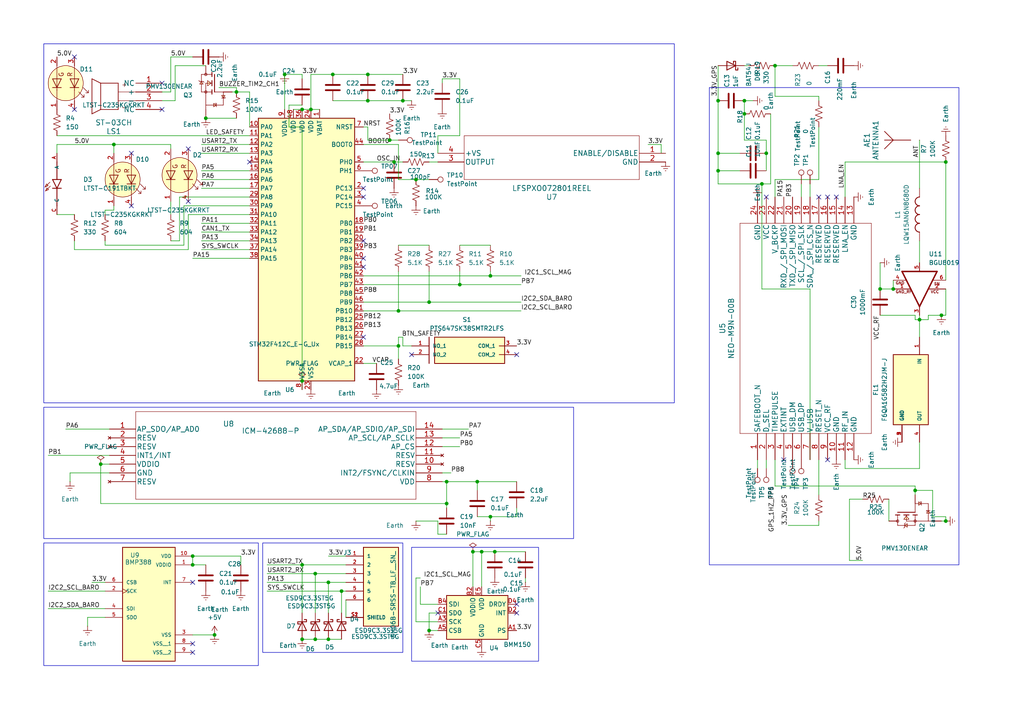
<source format=kicad_sch>
(kicad_sch (version 20231120) (generator "eeschema") (generator_version "8.0")
  (paper "A4")
  (lib_symbols
    (symbol "ARKK:ANTENNA1" (pin_numbers hide) (pin_names (offset 0) hide)
      (property "Reference" "AE" (at 2.2606 6.985 0))
      (property "Value" "ANTENNA1" (at 17.145 -29.21 0))
      (symbol "ANTENNA1_1_1"
        (pin unspecified line (at 0 0 180) (length 0) (name "1") (number "1"))
      )
    )
    (symbol "ARKK:BGU8019" (pin_names (offset 1.016) hide)
      (property "Reference" "U" (at 5.08 3.175 0))
      (property "Value" "BGU8019" (at 5.08 -5.08 0))
      (symbol "BGU8019_0_0"
        (text "EN" (at -1.016 4.191 900) (effects (font (size 0.8128 0.8128)) (justify left bottom)))
        (text "GND" (at -1.27 -6.985 900) (effects (font (size 0.8128 0.8128)) (justify left bottom)))
        (text "GND_RF" (at 1.27 -6.985 900) (effects (font (size 0.8128 0.8128)) (justify left bottom)))
        (text "VCC" (at 1.27 3.175 900) (effects (font (size 0.8128 0.8128)) (justify left bottom)))
        (pin power_in line (at 0 -7.62 90) (length 5.08) (name "~") (number "1"))
        (pin power_in line (at 0 7.62 270) (length 5.08) (name "~") (number "2"))
        (pin output line (at 7.62 0 180) (length 2.54) (name "~") (number "3"))
        (pin power_in line (at -2.54 -7.62 90) (length 2.54) (name "~") (number "4"))
        (pin input line (at -7.62 0 0) (length 2.54) (name "~") (number "5"))
        (pin input line (at -2.54 7.62 270) (length 2.54) (name "~") (number "6"))
      )
    )
    (symbol "ARKK:BMP388" (pin_names (offset 1.016))
      (property "Reference" "U" (at -7.62 15.2654 0))
      (property "Value" "BMP388" (at -7.62 -20.3454 0))
      (symbol "BMP388_0_0"
        (pin power_in line (at 12.7 10.16 180) (length 5.08) (name "VDDIO") (number "1"))
        (pin power_in line (at 12.7 12.7 180) (length 5.08) (name "VDD") (number "10"))
        (pin input clock (at -12.7 2.54 0) (length 5.08) (name "SCK") (number "2"))
        (pin power_in line (at 12.7 -10.16 180) (length 5.08) (name "VSS") (number "3"))
        (pin bidirectional line (at -12.7 -2.54 0) (length 5.08) (name "SDI") (number "4"))
        (pin bidirectional line (at -12.7 -5.08 0) (length 5.08) (name "SDO") (number "5"))
        (pin input line (at -12.7 5.08 0) (length 5.08) (name "CSB") (number "6"))
        (pin output line (at 12.7 5.08 180) (length 5.08) (name "INT") (number "7"))
        (pin power_in line (at 12.7 -12.7 180) (length 5.08) (name "VSS__1") (number "8"))
        (pin power_in line (at 12.7 -15.24 180) (length 5.08) (name "VSS__2") (number "9"))
      )
    )
    (symbol "ARKK:F6QA1G582H2JM-J" (pin_names (offset 1.016))
      (property "Reference" "FL" (at -10.16 5.842 0))
      (property "Value" "F6QA1G582H2JM-J" (at -10.16 -7.62 0))
      (symbol "F6QA1G582H2JM-J_0_0"
        (pin input line (at -15.24 2.54 0) (length 5.08) (name "IN") (number "1"))
        (pin power_in line (at 15.24 -2.54 180) (length 5.08) (name "GND") (number "2"))
        (pin power_in line (at 15.24 -2.54 180) (length 5.08) (name "GND") (number "3"))
        (pin output line (at 15.24 2.54 180) (length 5.08) (name "OUT") (number "4"))
        (pin power_in line (at 15.24 -2.54 180) (length 5.08) (name "GND") (number "5"))
      )
    )
    (symbol "ARKK:ICM-42688-P" (pin_names (offset 0.254))
      (property "Reference" "U" (at 48.26 10.16 0))
      (property "Value" "ICM-42688-P" (at 48.26 7.62 0))
      (symbol "ICM-42688-P_1_1"
        (pin bidirectional line (at 0 0 0) (length 7.62) (name "AP_SDO/AP_AD0") (number "1"))
        (pin no_connect line (at 96.52 -10.16 180) (length 7.62) (name "RESV") (number "10"))
        (pin no_connect line (at 96.52 -7.62 180) (length 7.62) (name "RESV") (number "11"))
        (pin unspecified line (at 96.52 -5.08 180) (length 7.62) (name "AP_CS") (number "12"))
        (pin unspecified line (at 96.52 -2.54 180) (length 7.62) (name "AP_SCL/AP_SCLK") (number "13"))
        (pin unspecified line (at 96.52 0 180) (length 7.62) (name "AP_SDA/AP_SDIO/AP_SDI") (number "14"))
        (pin no_connect line (at 0 -2.54 0) (length 7.62) (name "RESV") (number "2"))
        (pin no_connect line (at 0 -5.08 0) (length 7.62) (name "RESV") (number "3"))
        (pin bidirectional line (at 0 -7.62 0) (length 7.62) (name "INT1/INT") (number "4"))
        (pin power_in line (at 0 -10.16 0) (length 7.62) (name "VDDIO") (number "5"))
        (pin power_in line (at 0 -12.7 0) (length 7.62) (name "GND") (number "6"))
        (pin no_connect line (at 0 -15.24 0) (length 7.62) (name "RESV") (number "7"))
        (pin power_in line (at 96.52 -15.24 180) (length 7.62) (name "VDD") (number "8"))
        (pin bidirectional line (at 96.52 -12.7 180) (length 7.62) (name "INT2/FSYNC/CLKIN") (number "9"))
      )
    )
    (symbol "ARKK:LFSPXO072801REEL" (pin_names (offset 0.254))
      (property "Reference" "X" (at 33.02 10.16 0))
      (property "Value" "LFSPXO072801REEL" (at 33.02 7.62 0))
      (symbol "LFSPXO072801REEL_1_1"
        (pin unspecified line (at 0 0 0) (length 7.62) (name "ENABLE/DISABLE") (number "1"))
        (pin power_in line (at 0 -2.54 0) (length 7.62) (name "GND") (number "2"))
        (pin output line (at 66.04 -2.54 180) (length 7.62) (name "OUTPUT") (number "3"))
        (pin power_in line (at 66.04 0 180) (length 7.62) (name "+VS") (number "4"))
      )
    )
    (symbol "ARKK:LM66100DCKR" (pin_names (offset 0.254))
      (property "Reference" "U" (at 20.32 10.16 0))
      (property "Value" "LM66100DCKR" (at 20.32 7.62 0))
      (symbol "LM66100DCKR_1_1"
        (pin input line (at 0 0 0) (length 7.62) (name "VIN") (number "1"))
        (pin power_in line (at 0 -2.54 0) (length 7.62) (name "GND") (number "2"))
        (pin input line (at 0 -5.08 0) (length 7.62) (name "*CE") (number "3"))
        (pin no_connect line (at 40.64 -5.08 180) (length 7.62) (name "NC") (number "4"))
        (pin output line (at 40.64 -2.54 180) (length 7.62) (name "ST") (number "5"))
        (pin output line (at 40.64 0 180) (length 7.62) (name "VOUT") (number "6"))
      )
    )
    (symbol "ARKK:LQW15AN6N8G80D" (pin_numbers hide) (pin_names (offset 1.016) hide)
      (property "Reference" "L" (at -7.62 5.08 0))
      (property "Value" "LQW15AN6N8G80D" (at -7.62 2.54 0))
      (symbol "LQW15AN6N8G80D_0_0"
        (pin passive line (at -7.62 0 0) (length 2.54) (name "~") (number "1"))
        (pin passive line (at 7.62 0 180) (length 2.54) (name "~") (number "2"))
      )
    )
    (symbol "ARKK:LTST-C191TBKT" (pin_names (offset 1.016))
      (property "Reference" "D" (at -2.032 4.064 0))
      (property "Value" "LTST-C191TBKT" (at -2.032 -3.81 0))
      (symbol "LTST-C191TBKT_0_0"
        (pin passive line (at 10.16 0 180) (length 2.54) (name "A") (number "A"))
        (pin passive line (at -7.62 0 0) (length 2.54) (name "C") (number "C"))
      )
    )
    (symbol "ARKK:NCV8705MT33TCG" (pin_names (offset 0.254))
      (property "Reference" "U" (at 20.32 10.16 0))
      (property "Value" "NCV8705MT33TCG" (at 20.32 7.62 0))
      (symbol "NCV8705MT33TCG_1_1"
        (pin output line (at 0 0 0) (length 7.62) (name "OUT") (number "1"))
        (pin no_connect line (at 0 -2.54 0) (length 7.62) (name "N/C") (number "2"))
        (pin no_connect line (at 0 -5.08 0) (length 7.62) (name "N/C") (number "3"))
        (pin power_in line (at 0 -7.62 0) (length 7.62) (name "GND") (number "4"))
        (pin unspecified line (at 40.64 -7.62 180) (length 7.62) (name "EN") (number "5"))
        (pin no_connect line (at 40.64 -5.08 180) (length 7.62) (name "N/C") (number "6"))
        (pin no_connect line (at 40.64 -2.54 180) (length 7.62) (name "N/C") (number "7"))
        (pin input line (at 40.64 0 180) (length 7.62) (name "IN") (number "8"))
      )
    )
    (symbol "ARKK:NEO-M9N-00B" (pin_names (offset 0.254))
      (property "Reference" "U" (at 38.1 10.16 0))
      (property "Value" "NEO-M9N-00B" (at 38.1 7.62 0))
      (symbol "NEO-M9N-00B_1_1"
        (pin unspecified line (at 0 0 0) (length 7.62) (name "SAFEBOOT_N") (number "1"))
        (pin power_in line (at 0 -22.86 0) (length 7.62) (name "GND") (number "10"))
        (pin unspecified line (at 0 -25.4 0) (length 7.62) (name "RF_IN") (number "11"))
        (pin power_in line (at 0 -27.94 0) (length 7.62) (name "GND") (number "12"))
        (pin power_in line (at 76.2 -27.94 180) (length 7.62) (name "GND") (number "13"))
        (pin unspecified line (at 76.2 -25.4 180) (length 7.62) (name "LNA_EN") (number "14"))
        (pin unspecified line (at 76.2 -22.86 180) (length 7.62) (name "RESERVED") (number "15"))
        (pin unspecified line (at 76.2 -20.32 180) (length 7.62) (name "RESERVED") (number "16"))
        (pin unspecified line (at 76.2 -17.78 180) (length 7.62) (name "RESERVED") (number "17"))
        (pin unspecified line (at 76.2 -15.24 180) (length 7.62) (name "SDA_/_SPI_CS_N") (number "18"))
        (pin unspecified line (at 76.2 -12.7 180) (length 7.62) (name "SCL_/_SPI_SLK") (number "19"))
        (pin unspecified line (at 0 -2.54 0) (length 7.62) (name "D_SEL") (number "2"))
        (pin unspecified line (at 76.2 -10.16 180) (length 7.62) (name "TXD_/_SPI_MISO") (number "20"))
        (pin unspecified line (at 76.2 -7.62 180) (length 7.62) (name "RXD_/_SPI_MOSI") (number "21"))
        (pin unspecified line (at 76.2 -5.08 180) (length 7.62) (name "V_BCKP") (number "22"))
        (pin power_in line (at 76.2 -2.54 180) (length 7.62) (name "VCC") (number "23"))
        (pin power_in line (at 76.2 0 180) (length 7.62) (name "GND") (number "24"))
        (pin unspecified line (at 0 -5.08 0) (length 7.62) (name "TIMEPULSE") (number "3"))
        (pin unspecified line (at 0 -7.62 0) (length 7.62) (name "EXTINT") (number "4"))
        (pin unspecified line (at 0 -10.16 0) (length 7.62) (name "USB_DM") (number "5"))
        (pin unspecified line (at 0 -12.7 0) (length 7.62) (name "USB_DP") (number "6"))
        (pin unspecified line (at 0 -15.24 0) (length 7.62) (name "V_USB") (number "7"))
        (pin unspecified line (at 0 -17.78 0) (length 7.62) (name "RESET_N") (number "8"))
        (pin power_in line (at 0 -20.32 0) (length 7.62) (name "VCC_RF") (number "9"))
      )
    )
    (symbol "ARKK:PESD1CAN-UX" (pin_numbers hide) (pin_names (offset 1.016) hide)
      (property "Reference" "D" (at -5.08 5.842 0))
      (property "Value" "PESD1CAN-UX" (at -5.08 -7.62 0))
      (symbol "PESD1CAN-UX_0_0"
        (pin passive line (at -7.62 2.54 0) (length 5.08) (name "~") (number "1"))
        (pin passive line (at -7.62 -2.54 0) (length 5.08) (name "~") (number "2"))
        (pin passive line (at 10.16 0 180) (length 5.08) (name "~") (number "3"))
      )
    )
    (symbol "ARKK:PMV130ENEAR" (pin_numbers hide) (pin_names (offset 1.016) hide)
      (property "Reference" "Q" (at 5.08 1.27 0))
      (property "Value" "PMV130ENEAR" (at 5.08 -1.27 0))
      (symbol "PMV130ENEAR_0_0"
        (pin passive line (at -5.08 -2.54 0) (length 2.54) (name "~") (number "1"))
        (pin passive line (at 2.54 -10.16 90) (length 2.54) (name "~") (number "2"))
        (pin passive line (at 2.54 5.08 270) (length 2.54) (name "~") (number "3"))
      )
    )
    (symbol "ARKK:PTS647SK38SMTR2LFS" (pin_names (offset 1.016))
      (property "Reference" "S" (at 26.67 7.62 0))
      (property "Value" "PTS647SK38SMTR2LFS" (at 26.67 5.08 0))
      (symbol "PTS647SK38SMTR2LFS_0_0"
        (pin bidirectional line (at 0 0 0) (length 5.08) (name "NO_1") (number "1"))
        (pin bidirectional line (at 0 -2.54 0) (length 5.08) (name "NO_2") (number "2"))
        (pin bidirectional line (at 30.48 0 180) (length 5.08) (name "COM_1") (number "3"))
        (pin bidirectional line (at 30.48 -2.54 180) (length 5.08) (name "COM_2") (number "4"))
      )
    )
    (symbol "ARKK:SM04B-GHS-TB_LF__SN_-" (pin_names (offset 1.016))
      (property "Reference" "J" (at -5.08 7.62 0))
      (property "Value" "SM04B-GHS-TB_LF__SN_-" (at -5.08 -12.7254 0))
      (symbol "SM04B-GHS-TB_LF__SN_-_0_0"
        (pin passive line (at -10.16 5.08 0) (length 5.08) (name "1") (number "1"))
        (pin passive line (at -10.16 2.54 0) (length 5.08) (name "2") (number "2"))
        (pin passive line (at -10.16 0 0) (length 5.08) (name "3") (number "3"))
        (pin passive line (at -10.16 -2.54 0) (length 5.08) (name "4") (number "4"))
        (pin power_in line (at -10.16 -7.62 0) (length 5.08) (name "SHIELD") (number "SH1"))
        (pin power_in line (at -10.16 -7.62 0) (length 5.08) (name "SHIELD") (number "SH2"))
      )
    )
    (symbol "ARKK:SM06B-SRSS-TB_LF__SN_" (pin_names (offset 1.016))
      (property "Reference" "J" (at -5.08 13.335 0))
      (property "Value" "SM06B-SRSS-TB_LF__SN_" (at -5.08 -12.7 0))
      (symbol "SM06B-SRSS-TB_LF__SN__0_0"
        (pin passive line (at -10.16 10.16 0) (length 5.08) (name "1") (number "1"))
        (pin passive line (at -10.16 7.62 0) (length 5.08) (name "2") (number "2"))
        (pin passive line (at -10.16 5.08 0) (length 5.08) (name "3") (number "3"))
        (pin passive line (at -10.16 2.54 0) (length 5.08) (name "4") (number "4"))
        (pin passive line (at -10.16 0 0) (length 5.08) (name "5") (number "5"))
        (pin passive line (at -10.16 -2.54 0) (length 5.08) (name "6") (number "6"))
        (pin passive line (at -10.16 -7.62 0) (length 5.08) (name "SHIELD") (number "S1"))
        (pin passive line (at -10.16 -7.62 0) (length 5.08) (name "SHIELD") (number "S2"))
      )
    )
    (symbol "ARKK:ST-03CH" (pin_names (offset 0.254))
      (property "Reference" "LS" (at 12.7 7.62 0))
      (property "Value" "ST-03CH" (at 12.7 5.08 0))
      (symbol "ST-03CH_1_1"
        (pin unspecified line (at 0 0 0) (length 7.62) (name "NC") (number "1"))
        (pin unspecified line (at 0 -2.54 0) (length 7.62) (name "+") (number "2"))
        (pin unspecified line (at 0 -5.08 0) (length 7.62) (name "-") (number "3"))
        (pin unspecified line (at 0 -7.62 0) (length 7.62) (name "NC") (number "4"))
      )
    )
    (symbol "ARKK:TJA1051TK_3,118" (pin_names (offset 0.762))
      (property "Reference" "IC" (at 24.13 7.62 0))
      (property "Value" "TJA1051TK_3,118" (at 24.13 5.08 0))
      (symbol "TJA1051TK_3,118_0_0"
        (pin passive line (at 0 0 0) (length 5.08) (name "TXD") (number "1"))
        (pin passive line (at 0 -2.54 0) (length 5.08) (name "GND") (number "2"))
        (pin passive line (at 0 -5.08 0) (length 5.08) (name "VCC") (number "3"))
        (pin passive line (at 0 -7.62 0) (length 5.08) (name "RXD") (number "4"))
        (pin passive line (at 0 -10.16 0) (length 5.08) (name "VIO") (number "5"))
        (pin passive line (at 27.94 0 180) (length 5.08) (name "CANL") (number "6"))
        (pin passive line (at 27.94 -2.54 180) (length 5.08) (name "CANH") (number "7"))
        (pin passive line (at 27.94 -5.08 180) (length 5.08) (name "S") (number "8"))
        (pin passive line (at 27.94 -7.62 180) (length 5.08) (name "EP") (number "9"))
      )
    )
    (symbol "Connector:TestPoint" (pin_numbers hide) (pin_names (offset 0.762) hide)
      (property "Reference" "TP" (at 0 6.858 0))
      (property "Value" "TestPoint" (at 0 5.08 0))
      (symbol "TestPoint_1_1"
        (pin passive line (at 0 0 90) (length 2.54) (name "1") (number "1"))
      )
    )
    (symbol "Device:C" (pin_numbers hide) (pin_names (offset 0.254))
      (property "Reference" "C" (at 0.635 2.54 0))
      (property "Value" "C" (at 0.635 -2.54 0))
      (symbol "C_1_1"
        (pin passive line (at 0 3.81 270) (length 2.794) (name "~") (number "1"))
        (pin passive line (at 0 -3.81 90) (length 2.794) (name "~") (number "2"))
      )
    )
    (symbol "Device:R_US" (pin_numbers hide) (pin_names (offset 0))
      (property "Reference" "R" (at 2.54 0 90))
      (property "Value" "R_US" (at -2.54 0 90))
      (symbol "R_US_1_1"
        (pin passive line (at 0 3.81 270) (length 1.27) (name "~") (number "1"))
        (pin passive line (at 0 -3.81 90) (length 1.27) (name "~") (number "2"))
      )
    )
    (symbol "Diode:1N5819" (pin_numbers hide) (pin_names (offset 1.016) hide)
      (property "Reference" "D" (at 0 2.54 0))
      (property "Value" "1N5819" (at 0 -2.54 0))
      (symbol "1N5819_1_1"
        (pin passive line (at -3.81 0 0) (length 2.54) (name "K") (number "1"))
        (pin passive line (at 3.81 0 180) (length 2.54) (name "A") (number "2"))
      )
    )
    (symbol "Diode:BAT54J" (pin_numbers hide) (pin_names (offset 1.016) hide)
      (property "Reference" "D" (at 0 2.54 0))
      (property "Value" "BAT54J" (at 0 -2.54 0))
      (symbol "BAT54J_1_1"
        (pin passive line (at -3.81 0 0) (length 2.54) (name "K") (number "1"))
        (pin passive line (at 3.81 0 180) (length 2.54) (name "A") (number "2"))
      )
    )
    (symbol "LED:LTST-C235KGKRKT" (pin_names (offset 0) hide)
      (property "Reference" "D" (at -5.08 6.35 0))
      (property "Value" "LTST-C235KGKRKT" (at 0 -5.715 0))
      (symbol "LTST-C235KGKRKT_0_0"
        (text "G" (at -2.54 -1.27 0) (effects (font (size 1.2954 1.2954))))
        (text "R" (at -2.54 1.27 0) (effects (font (size 1.2954 1.2954))))
      )
      (symbol "LTST-C235KGKRKT_1_1"
        (pin input line (at 7.62 -2.54 180) (length 2.54) (name "K2") (number "1"))
        (pin input line (at -7.62 -2.54 0) (length 2.54) (name "A2") (number "2"))
        (pin input line (at -7.62 2.54 0) (length 2.54) (name "A1") (number "3"))
        (pin input line (at 7.62 2.54 180) (length 2.54) (name "K1") (number "4"))
      )
    )
    (symbol "MCU_ST_STM32F4:STM32F412C_E-G_Ux"
      (property "Reference" "U" (at -12.7 39.37 0))
      (property "Value" "STM32F412C_E-G_Ux" (at 10.16 39.37 0))
      (symbol "STM32F412C_E-G_Ux_1_1"
        (pin power_in line (at -2.54 40.64 270) (length 2.54) (name "VBAT") (number "1"))
        (pin bidirectional line (at 17.78 35.56 180) (length 2.54) (name "PA0") (number "10"))
        (pin bidirectional line (at 17.78 33.02 180) (length 2.54) (name "PA1") (number "11"))
        (pin bidirectional line (at 17.78 30.48 180) (length 2.54) (name "PA2") (number "12"))
        (pin bidirectional line (at 17.78 27.94 180) (length 2.54) (name "PA3") (number "13"))
        (pin bidirectional line (at 17.78 25.4 180) (length 2.54) (name "PA4") (number "14"))
        (pin bidirectional line (at 17.78 22.86 180) (length 2.54) (name "PA5") (number "15"))
        (pin bidirectional line (at 17.78 20.32 180) (length 2.54) (name "PA6") (number "16"))
        (pin bidirectional line (at 17.78 17.78 180) (length 2.54) (name "PA7") (number "17"))
        (pin bidirectional line (at -15.24 7.62 0) (length 2.54) (name "PB0") (number "18"))
        (pin bidirectional line (at -15.24 5.08 0) (length 2.54) (name "PB1") (number "19"))
        (pin bidirectional line (at -15.24 17.78 0) (length 2.54) (name "PC13") (number "2"))
        (pin bidirectional line (at -15.24 2.54 0) (length 2.54) (name "PB2") (number "20"))
        (pin bidirectional line (at -15.24 -17.78 0) (length 2.54) (name "PB10") (number "21"))
        (pin power_out line (at -15.24 -33.02 0) (length 2.54) (name "VCAP_1") (number "22"))
        (pin power_in line (at 0 -40.64 90) (length 2.54) (name "VSS") (number "23"))
        (pin power_in line (at 0 40.64 270) (length 2.54) (name "VDD") (number "24"))
        (pin bidirectional line (at -15.24 -20.32 0) (length 2.54) (name "PB12") (number "25"))
        (pin bidirectional line (at -15.24 -22.86 0) (length 2.54) (name "PB13") (number "26"))
        (pin bidirectional line (at -15.24 -25.4 0) (length 2.54) (name "PB14") (number "27"))
        (pin bidirectional line (at -15.24 -27.94 0) (length 2.54) (name "PB15") (number "28"))
        (pin bidirectional line (at 17.78 15.24 180) (length 2.54) (name "PA8") (number "29"))
        (pin bidirectional line (at -15.24 15.24 0) (length 2.54) (name "PC14") (number "3"))
        (pin bidirectional line (at 17.78 12.7 180) (length 2.54) (name "PA9") (number "30"))
        (pin bidirectional line (at 17.78 10.16 180) (length 2.54) (name "PA10") (number "31"))
        (pin bidirectional line (at 17.78 7.62 180) (length 2.54) (name "PA11") (number "32"))
        (pin bidirectional line (at 17.78 5.08 180) (length 2.54) (name "PA12") (number "33"))
        (pin bidirectional line (at 17.78 2.54 180) (length 2.54) (name "PA13") (number "34"))
        (pin passive line (at 0 -40.64 90) (length 2.54) hide (name "VSS") (number "35"))
        (pin power_in line (at 2.54 40.64 270) (length 2.54) (name "VDD") (number "36"))
        (pin bidirectional line (at 17.78 0 180) (length 2.54) (name "PA14") (number "37"))
        (pin bidirectional line (at 17.78 -2.54 180) (length 2.54) (name "PA15") (number "38"))
        (pin bidirectional line (at -15.24 0 0) (length 2.54) (name "PB3") (number "39"))
        (pin bidirectional line (at -15.24 12.7 0) (length 2.54) (name "PC15") (number "4"))
        (pin bidirectional line (at -15.24 -2.54 0) (length 2.54) (name "PB4") (number "40"))
        (pin bidirectional line (at -15.24 -5.08 0) (length 2.54) (name "PB5") (number "41"))
        (pin bidirectional line (at -15.24 -7.62 0) (length 2.54) (name "PB6") (number "42"))
        (pin bidirectional line (at -15.24 -10.16 0) (length 2.54) (name "PB7") (number "43"))
        (pin input line (at -15.24 30.48 0) (length 2.54) (name "BOOT0") (number "44"))
        (pin bidirectional line (at -15.24 -12.7 0) (length 2.54) (name "PB8") (number "45"))
        (pin bidirectional line (at -15.24 -15.24 0) (length 2.54) (name "PB9") (number "46"))
        (pin passive line (at 0 -40.64 90) (length 2.54) hide (name "VSS") (number "47"))
        (pin power_in line (at 5.08 40.64 270) (length 2.54) (name "VDD") (number "48"))
        (pin passive line (at 0 -40.64 90) (length 2.54) hide (name "VSS") (number "49"))
        (pin bidirectional line (at -15.24 25.4 0) (length 2.54) (name "PH0") (number "5"))
        (pin bidirectional line (at -15.24 22.86 0) (length 2.54) (name "PH1") (number "6"))
        (pin input line (at -15.24 35.56 0) (length 2.54) (name "NRST") (number "7"))
        (pin power_in line (at 2.54 -40.64 90) (length 2.54) (name "VSSA") (number "8"))
        (pin power_in line (at 7.62 40.64 270) (length 2.54) (name "VDDA") (number "9"))
      )
    )
    (symbol "Sensor_Magnetic:BMM150"
      (property "Reference" "U" (at -10.16 6.35 0))
      (property "Value" "BMM150" (at 7.62 6.35 0))
      (symbol "BMM150_1_1"
        (pin input line (at 10.16 -5.08 180) (length 2.54) (name "PS") (number "A1"))
        (pin bidirectional line (at -12.7 -2.54 0) (length 2.54) (name "SCK") (number "A3"))
        (pin input line (at -12.7 -5.08 0) (length 2.54) (name "CSB") (number "A5"))
        (pin power_in line (at -2.54 7.62 270) (length 2.54) (name "VDDIO") (number "B2"))
        (pin bidirectional line (at -12.7 2.54 0) (length 2.54) (name "SDI") (number "B4"))
        (pin bidirectional line (at -12.7 0 0) (length 2.54) (name "SDO") (number "C1"))
        (pin power_in line (at 0 -10.16 90) (length 2.54) (name "GND") (number "C5"))
        (pin output line (at 10.16 0 180) (length 2.54) (name "INT") (number "D2"))
        (pin output line (at 10.16 2.54 180) (length 2.54) (name "DRDY") (number "D4"))
        (pin passive line (at 0 -10.16 90) (length 2.54) hide (name "GND") (number "E1"))
        (pin passive line (at 0 -10.16 90) (length 2.54) hide (name "GND") (number "E3"))
        (pin power_in line (at 0 7.62 270) (length 2.54) (name "VDD") (number "E5"))
      )
    )
    (symbol "power:+5V" (power) (pin_numbers hide) (pin_names (offset 0) hide)
      (property "Value" "+5V" (at 0 3.556 0))
      (symbol "+5V_1_1"
        (pin power_in line (at 0 0 90) (length 0) (name "~") (number "1"))
      )
    )
    (symbol "power:Earth" (power) (pin_numbers hide) (pin_names (offset 0) hide)
      (property "Value" "Earth" (at 0 -3.81 0))
      (symbol "Earth_1_1"
        (pin power_in line (at 0 0 270) (length 0) (name "~") (number "1"))
      )
    )
    (symbol "power:GND" (power) (pin_numbers hide) (pin_names (offset 0) hide)
      (property "Value" "GND" (at 0 -3.81 0))
      (symbol "GND_1_1"
        (pin power_in line (at 0 0 270) (length 0) (name "~") (number "1"))
      )
    )
    (symbol "power:PWR_FLAG" (power) (pin_numbers hide) (pin_names (offset 0) hide)
      (property "Value" "PWR_FLAG" (at 0 3.81 0))
      (symbol "PWR_FLAG_0_0"
        (pin power_out line (at 0 0 90) (length 0) (name "~") (number "1"))
      )
    )
  )
  (junction (at 121.92 -146.05))
  (junction (at 62.23 -83.82))
  (junction (at 133.35 82.55))
  (junction (at 139.7 160.02))
  (junction (at 52.07 -54.61))
  (junction (at 91.44 166.37))
  (junction (at 124.46 87.63))
  (junction (at 129.54 139.7))
  (junction (at 87.63 163.83))
  (junction (at 274.32 46.99))
  (junction (at 63.5 -62.23))
  (junction (at 184.15 -123.19))
  (junction (at 96.52 21.59))
  (junction (at 143.51 160.02))
  (junction (at 265.43 142.24))
  (junction (at 259.08 83.82))
  (junction (at 113.03 40.64))
  (junction (at 110.49 -62.23))
  (junction (at 29.21 134.62))
  (junction (at 116.84 29.21))
  (junction (at 115.57 100.33))
  (junction (at 99.06 171.45))
  (junction (at 191.77 -160.02))
  (junction (at 62.23 184.15))
  (junction (at 114.3 46.99))
  (junction (at 191.77 -125.73))
  (junction (at 82.55 21.59))
  (junction (at 255.27 83.82))
  (junction (at 274.32 151.13))
  (junction (at 121.92 -161.29))
  (junction (at 156.21 -127))
  (junction (at 59.69 34.29))
  (junction (at 146.05 -127))
  (junction (at 208.28 49.53))
  (junction (at 95.25 168.91))
  (junction (at 146.05 -163.83))
  (junction (at 68.58 26.67))
  (junction (at 115.57 90.17))
  (junction (at 55.88 -91.44))
  (junction (at 87.63 110.49))
  (junction (at 106.68 29.21))
  (junction (at 120.65 52.07))
  (junction (at 124.46 182.88))
  (junction (at 166.37 -163.83))
  (junction (at 215.9 29.21))
  (junction (at 208.28 29.21))
  (junction (at 55.88 161.29))
  (junction (at 63.5 -54.61))
  (junction (at 186.69 -133.35))
  (junction (at 110.49 -91.44))
  (junction (at 33.02 41.91))
  (junction (at 208.28 44.45))
  (junction (at 55.88 163.83))
  (junction (at 87.63 31.75))
  (junction (at 142.24 149.86))
  (junction (at 138.43 139.7))
  (junction (at 142.24 80.01))
  (junction (at 106.68 21.59))
  (junction (at 129.54 146.05))
  (junction (at 58.42 -62.23))
  (junction (at 220.98 53.34))
  (junction (at 273.05 91.44))
  (junction (at 137.16 160.02))
  (junction (at 95.25 185.42))
  (junction (at 58.42 -54.61))
  (junction (at 166.37 -123.19))
  (junction (at 91.44 185.42))
  (junction (at 90.17 31.75))
  (junction (at 222.25 44.45))
  (junction (at 215.9 33.02))
  (junction (at 266.7 92.71))
  (junction (at 172.72 -163.83))
  (junction (at 224.79 19.05))
  (junction (at 55.88 -83.82))
  (junction (at 87.63 185.42))
  (junction (at 62.23 -91.44))
  (no_connect (at 46.99 24.13))
  (no_connect (at 227.33 133.35))
  (no_connect (at 119.38 102.87))
  (no_connect (at 55.88 168.91))
  (no_connect (at 149.86 177.8))
  (no_connect (at 38.1 59.69))
  (no_connect (at 105.41 57.15))
  (no_connect (at 237.49 57.15))
  (no_connect (at 149.86 102.87))
  (no_connect (at 21.59 31.75))
  (no_connect (at 21.59 16.51))
  (no_connect (at 105.41 54.61))
  (no_connect (at 240.03 57.15))
  (no_connect (at 105.41 74.93))
  (no_connect (at 46.99 31.75))
  (no_connect (at 55.88 186.69))
  (no_connect (at 105.41 69.85))
  (no_connect (at 105.41 77.47))
  (no_connect (at 90.17 -156.21))
  (no_connect (at 240.03 133.35))
  (no_connect (at 54.61 58.42))
  (no_connect (at 38.1 44.45))
  (no_connect (at 55.88 189.23))
  (no_connect (at 105.41 97.79))
  (no_connect (at 127 177.8))
  (no_connect (at 149.86 175.26))
  (no_connect (at 54.61 43.18))
  (no_connect (at 222.25 57.15))
  (no_connect (at 72.39 46.99))
  (no_connect (at 242.57 57.15))
  (wire (pts (xy 222.25 49.53) (xy 222.25 44.45)))
  (wire (pts (xy 273.05 91.44) (xy 274.32 91.44)))
  (wire (pts (xy 128.27 127) (xy 133.35 127)))
  (wire (pts (xy 106.68 29.21) (xy 116.84 29.21)))
  (wire (pts (xy 88.9 -163.83) (xy 88.9 -151.13)))
  (wire (pts (xy 259.08 81.28) (xy 259.08 83.82)))
  (wire (pts (xy 49.53 62.23) (xy 49.53 58.42)))
  (wire (pts (xy 87.63 31.75) (xy 90.17 31.75)))
  (wire (pts (xy 224.79 52.07) (xy 224.79 57.15)))
  (wire (pts (xy 105.41 82.55) (xy 133.35 82.55)))
  (wire (pts (xy 125.73 -146.05) (xy 125.73 -147.32)))
  (wire (pts (xy 124.46 87.63) (xy 151.13 87.63)))
  (wire (pts (xy 191.77 -133.35) (xy 186.69 -133.35)))
  (wire (pts (xy 191.77 41.91) (xy 191.77 44.45)))
  (wire (pts (xy 13.97 132.08) (xy 31.75 132.08)))
  (wire (pts (xy 166.37 -148.59) (xy 166.37 -163.83)))
  (wire (pts (xy 83.82 30.48) (xy 87.63 30.48)))
  (wire (pts (xy 229.87 19.05) (xy 224.79 19.05)))
  (wire (pts (xy 142.24 80.01) (xy 151.13 80.01)))
  (wire (pts (xy 120.65 151.13) (xy 127 151.13)))
  (wire (pts (xy 105.41 41.91) (xy 115.57 41.91)))
  (wire (pts (xy 105.41 90.17) (xy 115.57 90.17)))
  (wire (pts (xy 91.44 185.42) (xy 95.25 185.42)))
  (wire (pts (xy 95.25 185.42) (xy 99.06 185.42)))
  (wire (pts (xy 215.9 40.64) (xy 222.25 40.64)))
  (wire (pts (xy 19.05 124.46) (xy 31.75 124.46)))
  (wire (pts (xy 234.95 83.82) (xy 234.95 133.35)))
  (wire (pts (xy 110.49 -91.44) (xy 107.95 -91.44)))
  (wire (pts (xy 130.81 -133.35) (xy 130.81 -123.19)))
  (wire (pts (xy 215.9 19.05) (xy 217.17 19.05)))
  (wire (pts (xy 265.43 91.44) (xy 255.27 91.44)))
  (wire (pts (xy 119.38 29.21) (xy 116.84 29.21)))
  (wire (pts (xy 49.53 43.18) (xy 49.53 41.91)))
  (wire (pts (xy 222.25 135.89) (xy 222.25 133.35)))
  (wire (pts (xy 121.92 -161.29) (xy 121.92 -166.37)))
  (wire (pts (xy 127 39.37) (xy 133.35 39.37)))
  (wire (pts (xy 99.06 171.45) (xy 100.33 171.45)))
  (wire (pts (xy 127 154.94) (xy 129.54 154.94)))
  (wire (pts (xy 55.88 16.51) (xy 49.53 16.51)))
  (wire (pts (xy 118.11 -163.83) (xy 146.05 -163.83)))
  (wire (pts (xy 13.97 171.45) (xy 30.48 171.45)))
  (wire (pts (xy 99.06 171.45) (xy 99.06 177.8)))
  (wire (pts (xy 224.79 140.97) (xy 265.43 140.97)))
  (wire (pts (xy 234.95 83.82) (xy 220.98 83.82)))
  (wire (pts (xy 191.77 -130.81) (xy 191.77 -125.73)))
  (wire (pts (xy 182.88 -133.35) (xy 186.69 -133.35)))
  (wire (pts (xy 52.07 57.15) (xy 72.39 57.15)))
  (wire (pts (xy 95.25 161.29) (xy 100.33 161.29)))
  (wire (pts (xy 30.48 71.12) (xy 30.48 69.85)))
  (wire (pts (xy 245.11 133.35) (xy 245.11 135.89)))
  (wire (pts (xy 82.55 31.75) (xy 82.55 21.59)))
  (wire (pts (xy 128.27 22.86) (xy 128.27 24.13)))
  (wire (pts (xy 133.35 71.12) (xy 142.24 71.12)))
  (wire (pts (xy 105.41 46.99) (xy 114.3 46.99)))
  (wire (pts (xy 124.46 78.74) (xy 124.46 87.63)))
  (wire (pts (xy 49.53 16.51) (xy 49.53 26.67)))
  (wire (pts (xy 121.92 170.18) (xy 121.92 175.26)))
  (wire (pts (xy 250.19 144.78) (xy 246.38 144.78)))
  (wire (pts (xy 95.25 168.91) (xy 95.25 177.8)))
  (wire (pts (xy 166.37 -123.19) (xy 184.15 -123.19)))
  (wire (pts (xy 127 177.8) (xy 124.46 177.8)))
  (wire (pts (xy 133.35 82.55) (xy 151.13 82.55)))
  (wire (pts (xy 265.43 142.24) (xy 265.43 143.51)))
  (wire (pts (xy 166.37 -148.59) (xy 168.91 -148.59)))
  (wire (pts (xy 31.75 137.16) (xy 20.32 137.16)))
  (wire (pts (xy 115.57 71.12) (xy 124.46 71.12)))
  (wire (pts (xy 100.33 173.99) (xy 100.33 179.07)))
  (wire (pts (xy 184.15 -144.78) (xy 184.15 -123.19)))
  (wire (pts (xy 187.96 41.91) (xy 191.77 41.91)))
  (wire (pts (xy 274.32 151.13) (xy 273.05 151.13)))
  (wire (pts (xy 274.32 149.86) (xy 274.32 151.13)))
  (wire (pts (xy 224.79 133.35) (xy 224.79 140.97)))
  (wire (pts (xy 214.63 44.45) (xy 208.28 44.45)))
  (wire (pts (xy 29.21 146.05) (xy 129.54 146.05)))
  (wire (pts (xy 215.9 33.02) (xy 215.9 29.21)))
  (wire (pts (xy 115.57 41.91) (xy 115.57 52.07)))
  (wire (pts (xy 189.23 -123.19) (xy 189.23 -125.73)))
  (wire (pts (xy 26.67 168.91) (xy 30.48 168.91)))
  (wire (pts (xy 72.39 59.69) (xy 53.34 59.69)))
  (wire (pts (xy 191.77 -121.92) (xy 191.77 -125.73)))
  (wire (pts (xy 120.65 167.64) (xy 120.65 180.34)))
  (wire (pts (xy 69.85 163.83) (xy 69.85 161.29)))
  (wire (pts (xy 129.54 139.7) (xy 138.43 139.7)))
  (wire (pts (xy 220.98 53.34) (xy 223.52 53.34)))
  (wire (pts (xy 105.41 80.01) (xy 142.24 80.01)))
  (wire (pts (xy 266.7 69.85) (xy 266.7 76.2)))
  (wire (pts (xy 115.57 78.74) (xy 115.57 90.17)))
  (wire (pts (xy 266.7 135.89) (xy 266.7 128.27)))
  (wire (pts (xy 88.9 -151.13) (xy 118.11 -151.13)))
  (wire (pts (xy 189.23 -125.73) (xy 191.77 -125.73)))
  (wire (pts (xy 115.57 90.17) (xy 151.13 90.17)))
  (wire (pts (xy 265.43 140.97) (xy 265.43 142.24)))
  (wire (pts (xy 185.42 -83.82) (xy 185.42 -80.01)))
  (wire (pts (xy 96.52 21.59) (xy 106.68 21.59)))
  (wire (pts (xy 118.11 -161.29) (xy 121.92 -161.29)))
  (wire (pts (xy 87.63 -166.37) (xy 90.17 -166.37)))
  (wire (pts (xy 58.42 54.61) (xy 72.39 54.61)))
  (wire (pts (xy 165.1 -78.74) (xy 170.18 -78.74)))
  (wire (pts (xy 266.7 54.61) (xy 266.7 40.64)))
  (wire (pts (xy 87.63 36.83) (xy 83.82 36.83)))
  (wire (pts (xy 105.41 105.41) (xy 109.22 105.41)))
  (wire (pts (xy 21.59 62.23) (xy 16.51 62.23)))
  (wire (pts (xy 186.69 -133.35) (xy 186.69 -127)))
  (wire (pts (xy 115.57 97.79) (xy 115.57 100.33)))
  (wire (pts (xy 129.54 139.7) (xy 128.27 139.7)))
  (wire (pts (xy 133.35 78.74) (xy 133.35 82.55)))
  (wire (pts (xy 146.05 -163.83) (xy 166.37 -163.83)))
  (wire (pts (xy 208.28 29.21) (xy 208.28 19.05)))
  (wire (pts (xy 58.42 67.31) (xy 72.39 67.31)))
  (wire (pts (xy 68.58 26.67) (xy 67.31 26.67)))
  (wire (pts (xy 237.49 133.35) (xy 237.49 143.51)))
  (wire (pts (xy 90.17 31.75) (xy 92.71 31.75)))
  (wire (pts (xy 125.73 -154.94) (xy 125.73 -156.21)))
  (wire (pts (xy 77.47 171.45) (xy 99.06 171.45)))
  (wire (pts (xy 72.39 39.37) (xy 16.51 39.37)))
  (wire (pts (xy 87.63 113.03) (xy 87.63 110.49)))
  (wire (pts (xy 30.48 60.96) (xy 30.48 62.23)))
  (wire (pts (xy 16.51 41.91) (xy 16.51 44.45)))
  (wire (pts (xy 91.44 166.37) (xy 100.33 166.37)))
  (wire (pts (xy 55.88 74.93) (xy 72.39 74.93)))
  (wire (pts (xy 245.11 57.15) (xy 245.11 46.99)))
  (wire (pts (xy 13.97 176.53) (xy 30.48 176.53)))
  (wire (pts (xy 234.95 53.34) (xy 234.95 57.15)))
  (wire (pts (xy 85.09 31.75) (xy 87.63 31.75)))
  (wire (pts (xy 142.24 151.13) (xy 142.24 149.86)))
  (wire (pts (xy 55.88 -91.44) (xy 62.23 -91.44)))
  (wire (pts (xy 90.17 -163.83) (xy 88.9 -163.83)))
  (wire (pts (xy 257.81 151.13) (xy 257.81 144.78)))
  (wire (pts (xy 184.15 -123.19) (xy 189.23 -123.19)))
  (wire (pts (xy 55.88 -83.82) (xy 62.23 -83.82)))
  (wire (pts (xy 156.21 -127) (xy 186.69 -127)))
  (wire (pts (xy 185.42 -77.47) (xy 177.8 -77.47)))
  (wire (pts (xy 16.51 41.91) (xy 33.02 41.91)))
  (wire (pts (xy 215.9 33.02) (xy 215.9 40.64)))
  (wire (pts (xy 110.49 -62.23) (xy 107.95 -62.23)))
  (wire (pts (xy 143.51 160.02) (xy 152.4 160.02)))
  (wire (pts (xy 266.7 97.79) (xy 266.7 92.71)))
  (wire (pts (xy 237.49 152.4) (xy 228.6 152.4)))
  (wire (pts (xy 87.63 163.83) (xy 100.33 163.83)))
  (wire (pts (xy 127 44.45) (xy 127 39.37)))
  (wire (pts (xy 58.42 -62.23) (xy 63.5 -62.23)))
  (wire (pts (xy 128.27 137.16) (xy 130.81 137.16)))
  (wire (pts (xy 115.57 97.79) (xy 116.84 97.79)))
  (wire (pts (xy 130.81 -123.19) (xy 166.37 -123.19)))
  (wire (pts (xy 139.7 160.02) (xy 139.7 170.18)))
  (wire (pts (xy 120.65 52.07) (xy 124.46 52.07)))
  (wire (pts (xy 222.25 40.64) (xy 222.25 44.45)))
  (wire (pts (xy 58.42 52.07) (xy 72.39 52.07)))
  (wire (pts (xy 106.68 40.64) (xy 113.03 40.64)))
  (wire (pts (xy 129.54 139.7) (xy 129.54 146.05)))
  (wire (pts (xy 114.3 -91.44) (xy 110.49 -91.44)))
  (wire (pts (xy 90.17 -161.29) (xy 81.28 -161.29)))
  (wire (pts (xy 25.4 179.07) (xy 25.4 181.61)))
  (wire (pts (xy 58.42 72.39) (xy 72.39 72.39)))
  (wire (pts (xy 121.92 -127) (xy 146.05 -127)))
  (wire (pts (xy 128.27 124.46) (xy 135.89 124.46)))
  (wire (pts (xy 129.54 147.32) (xy 129.54 146.05)))
  (wire (pts (xy 218.44 29.21) (xy 215.9 29.21)))
  (wire (pts (xy 105.41 100.33) (xy 115.57 100.33)))
  (wire (pts (xy 52.07 -54.61) (xy 58.42 -54.61)))
  (wire (pts (xy 49.53 -83.82) (xy 55.88 -83.82)))
  (wire (pts (xy 245.11 46.99) (xy 274.32 46.99)))
  (wire (pts (xy 121.92 -146.05) (xy 125.73 -146.05)))
  (wire (pts (xy 63.5 -54.61) (xy 67.31 -54.61)))
  (wire (pts (xy 219.71 135.89) (xy 219.71 133.35)))
  (wire (pts (xy 58.42 69.85) (xy 72.39 69.85)))
  (wire (pts (xy 185.42 -74.93) (xy 184.15 -74.93)))
  (wire (pts (xy 58.42 49.53) (xy 72.39 49.53)))
  (wire (pts (xy 124.46 46.99) (xy 127 46.99)))
  (wire (pts (xy 55.88 -91.44) (xy 49.53 -91.44)))
  (wire (pts (xy 255.27 83.82) (xy 255.27 76.2)))
  (wire (pts (xy 115.57 52.07) (xy 120.65 52.07)))
  (wire (pts (xy 181.61 -135.89) (xy 181.61 -163.83)))
  (wire (pts (xy 191.77 -139.7) (xy 191.77 -138.43)))
  (wire (pts (xy 33.02 41.91) (xy 33.02 44.45)))
  (wire (pts (xy 121.92 -161.29) (xy 121.92 -146.05)))
  (wire (pts (xy 121.92 -127) (xy 121.92 -146.05)))
  (wire (pts (xy 124.46 182.88) (xy 127 182.88)))
  (wire (pts (xy 72.39 26.67) (xy 68.58 26.67)))
  (wire (pts (xy 82.55 21.59) (xy 87.63 21.59)))
  (wire (pts (xy 50.8 29.21) (xy 50.8 19.05)))
  (wire (pts (xy 91.44 166.37) (xy 91.44 177.8)))
  (wire (pts (xy 68.58 25.4) (xy 68.58 26.67)))
  (wire (pts (xy 138.43 142.24) (xy 138.43 139.7)))
  (wire (pts (xy 149.86 147.32) (xy 149.86 149.86)))
  (wire (pts (xy 246.38 162.56) (xy 250.19 162.56)))
  (wire (pts (xy 127 151.13) (xy 127 154.94)))
  (wire (pts (xy 29.21 134.62) (xy 29.21 146.05)))
  (wire (pts (xy 133.35 39.37) (xy 133.35 22.86)))
  (wire (pts (xy 245.11 135.89) (xy 266.7 135.89)))
  (wire (pts (xy 106.68 21.59) (xy 116.84 21.59)))
  (wire (pts (xy 30.48 179.07) (xy 25.4 179.07)))
  (wire (pts (xy 146.05 -163.83) (xy 146.05 -161.29)))
  (wire (pts (xy 191.77 -135.89) (xy 181.61 -135.89)))
  (wire (pts (xy 50.8 19.05) (xy 59.69 19.05)))
  (wire (pts (xy 105.41 87.63) (xy 124.46 87.63)))
  (wire (pts (xy 110.49 -54.61) (xy 110.49 -62.23)))
  (wire (pts (xy 266.7 92.71) (xy 269.24 92.71)))
  (wire (pts (xy 220.98 53.34) (xy 208.28 53.34)))
  (wire (pts (xy 223.52 53.34) (xy 223.52 33.02)))
  (wire (pts (xy 49.53 26.67) (xy 46.99 26.67)))
  (wire (pts (xy 172.72 -170.18) (xy 172.72 -163.83)))
  (wire (pts (xy 156.21 -148.59) (xy 163.83 -148.59)))
  (wire (pts (xy 106.68 36.83) (xy 106.68 40.64)))
  (wire (pts (xy 116.84 100.33) (xy 119.38 100.33)))
  (wire (pts (xy 31.75 134.62) (xy 29.21 134.62)))
  (wire (pts (xy 21.59 69.85) (xy 21.59 72.39)))
  (wire (pts (xy 191.77 44.45) (xy 193.04 44.45)))
  (wire (pts (xy 170.18 -72.39) (xy 165.1 -72.39)))
  (wire (pts (xy 191.77 -160.02) (xy 191.77 -144.78)))
  (wire (pts (xy 63.5 25.4) (xy 68.58 25.4)))
  (wire (pts (xy 246.38 144.78) (xy 246.38 162.56)))
  (wire (pts (xy 184.15 -67.31) (xy 184.15 -66.04)))
  (wire (pts (xy 232.41 53.34) (xy 232.41 57.15)))
  (wire (pts (xy 124.46 177.8) (xy 124.46 182.88)))
  (wire (pts (xy 237.49 36.83) (xy 237.49 52.07)))
  (wire (pts (xy 116.84 97.79) (xy 116.84 100.33)))
  (wire (pts (xy 121.92 175.26) (xy 127 175.26)))
  (wire (pts (xy 121.92 167.64) (xy 120.65 167.64)))
  (wire (pts (xy 166.37 -130.81) (xy 166.37 -123.19)))
  (wire (pts (xy 58.42 64.77) (xy 72.39 64.77)))
  (wire (pts (xy 191.77 -172.72) (xy 189.23 -172.72)))
  (wire (pts (xy 72.39 36.83) (xy 72.39 26.67)))
  (wire (pts (xy 170.18 -71.12) (xy 170.18 -72.39)))
  (wire (pts (xy 191.77 -170.18) (xy 172.72 -170.18)))
  (wire (pts (xy 156.21 -148.59) (xy 156.21 -127)))
  (wire (pts (xy 49.53 69.85) (xy 52.07 69.85)))
  (wire (pts (xy 54.61 62.23) (xy 72.39 62.23)))
  (wire (pts (xy 21.59 72.39) (xy 54.61 72.39)))
  (wire (pts (xy 50.8 29.21) (xy 46.99 29.21)))
  (wire (pts (xy 83.82 -158.75) (xy 90.17 -158.75)))
  (wire (pts (xy 237.49 27.94) (xy 224.79 27.94)))
  (wire (pts (xy 208.28 53.34) (xy 208.28 49.53)))
  (wire (pts (xy 52.07 -62.23) (xy 58.42 -62.23)))
  (wire (pts (xy 191.77 -167.64) (xy 182.88 -167.64)))
  (wire (pts (xy 237.49 29.21) (xy 237.49 27.94)))
  (wire (pts (xy 83.82 36.83) (xy 83.82 30.48)))
  (wire (pts (xy 54.61 72.39) (xy 54.61 62.23)))
  (wire (pts (xy 142.24 78.74) (xy 142.24 80.01)))
  (wire (pts (xy 118.11 -151.13) (xy 118.11 -158.75)))
  (wire (pts (xy 191.77 -165.1) (xy 191.77 -160.02)))
  (wire (pts (xy 265.43 92.71) (xy 266.7 92.71)))
  (wire (pts (xy 114.3 -62.23) (xy 110.49 -62.23)))
  (wire (pts (xy 214.63 49.53) (xy 208.28 49.53)))
  (wire (pts (xy 189.23 -173.99) (xy 189.23 -172.72)))
  (wire (pts (xy 274.32 83.82) (xy 274.32 91.44)))
  (wire (pts (xy 115.57 104.14) (xy 115.57 100.33)))
  (wire (pts (xy 265.43 92.71) (xy 265.43 91.44)))
  (wire (pts (xy 33.02 60.96) (xy 30.48 60.96)))
  (wire (pts (xy 269.24 91.44) (xy 273.05 91.44)))
  (wire (pts (xy 130.81 -143.51) (xy 130.81 -140.97)))
  (wire (pts (xy 55.88 184.15) (xy 62.23 184.15)))
  (wire (pts (xy 191.77 -144.78) (xy 184.15 -144.78)))
  (wire (pts (xy 220.98 53.34) (xy 220.98 83.82)))
  (wire (pts (xy 152.4 167.64) (xy 152.4 168.91)))
  (wire (pts (xy 52.07 69.85) (xy 52.07 57.15)))
  (wire (pts (xy 77.47 163.83) (xy 87.63 163.83)))
  (wire (pts (xy 270.51 142.24) (xy 270.51 149.86)))
  (wire (pts (xy 33.02 60.96) (xy 33.02 59.69)))
  (wire (pts (xy 87.63 177.8) (xy 87.63 163.83)))
  (wire (pts (xy 53.34 71.12) (xy 30.48 71.12)))
  (wire (pts (xy 265.43 142.24) (xy 270.51 142.24)))
  (wire (pts (xy 137.16 160.02) (xy 139.7 160.02)))
  (wire (pts (xy 120.65 180.34) (xy 127 180.34)))
  (wire (pts (xy 113.03 40.64) (xy 115.57 40.64)))
  (wire (pts (xy 87.63 110.49) (xy 87.63 36.83)))
  (wire (pts (xy 118.11 -166.37) (xy 121.92 -166.37)))
  (wire (pts (xy 133.35 22.86) (xy 128.27 22.86)))
  (wire (pts (xy 182.88 -167.64) (xy 182.88 -133.35)))
  (wire (pts (xy 62.23 -83.82) (xy 67.31 -83.82)))
  (wire (pts (xy 53.34 59.69) (xy 53.34 71.12)))
  (wire (pts (xy 177.8 -77.47) (xy 177.8 -74.93)))
  (wire (pts (xy 96.52 21.59) (xy 90.17 21.59)))
  (wire (pts (xy 237.49 151.13) (xy 237.49 152.4)))
  (wire (pts (xy 208.28 49.53) (xy 208.28 44.45)))
  (wire (pts (xy 107.95 -83.82) (xy 110.49 -83.82)))
  (wire (pts (xy 181.61 -163.83) (xy 172.72 -163.83)))
  (wire (pts (xy 266.7 92.71) (xy 266.7 91.44)))
  (wire (pts (xy 269.24 92.71) (xy 269.24 91.44)))
  (wire (pts (xy 138.43 149.86) (xy 142.24 149.86)))
  (wire (pts (xy 95.25 168.91) (xy 100.33 168.91)))
  (wire (pts (xy 55.88 161.29) (xy 69.85 161.29)))
  (wire (pts (xy 105.41 36.83) (xy 106.68 36.83)))
  (wire (pts (xy 77.47 168.91) (xy 95.25 168.91)))
  (wire (pts (xy 107.95 -54.61) (xy 110.49 -54.61)))
  (wire (pts (xy 77.47 166.37) (xy 91.44 166.37)))
  (wire (pts (xy 58.42 44.45) (xy 72.39 44.45)))
  (wire (pts (xy 146.05 -151.13) (xy 146.05 -153.67)))
  (wire (pts (xy 62.23 -91.44) (xy 67.31 -91.44)))
  (wire (pts (xy 49.53 41.91) (xy 33.02 41.91)))
  (wire (pts (xy 255.27 83.82) (xy 259.08 83.82)))
  (wire (pts (xy 137.16 160.02) (xy 137.16 170.18)))
  (wire (pts (xy 63.5 -62.23) (xy 67.31 -62.23)))
  (wire (pts (xy 96.52 29.21) (xy 106.68 29.21)))
  (wire (pts (xy 58.42 41.91) (xy 72.39 41.91)))
  (wire (pts (xy 90.17 21.59) (xy 90.17 31.75)))
  (wire (pts (xy 138.43 -143.51) (xy 130.81 -143.51)))
  (wire (pts (xy 114.3 46.99) (xy 116.84 46.99)))
  (wire (pts (xy 58.42 -54.61) (xy 63.5 -54.61)))
  (wire (pts (xy 208.28 44.45) (xy 208.28 29.21)))
  (wire (pts (xy 270.51 149.86) (xy 274.32 149.86)))
  (wire (pts (xy 55.88 163.83) (xy 59.69 163.83)))
  (wire (pts (xy 55.88 161.29) (xy 55.88 163.83)))
  (wire (pts (xy 224.79 27.94) (xy 224.79 19.05)))
  (wire (pts (xy 20.32 137.16) (xy 20.32 139.7)))
  (wire (pts (xy 149.86 139.7) (xy 138.43 139.7)))
  (wire (pts (xy 166.37 -163.83) (xy 172.72 -163.83)))
  (wire (pts (xy 139.7 160.02) (xy 143.51 160.02)))
  (wire (pts (xy 237.49 19.05) (xy 240.03 19.05)))
  (wire (pts (xy 146.05 -127) (xy 156.21 -127)))
  (wire (pts (xy 142.24 149.86) (xy 149.86 149.86)))
  (wire (pts (xy 237.49 52.07) (xy 224.79 52.07)))
  (wire (pts (xy 128.27 129.54) (xy 133.35 129.54)))
  (wire (pts (xy 68.58 34.29) (xy 59.69 34.29)))
  (wire (pts (xy 87.63 185.42) (xy 91.44 185.42)))
  (wire (pts (xy 87.63 21.59) (xy 87.63 22.86)))
  (wire (pts (xy 146.05 -135.89) (xy 146.05 -127)))
  (wire (pts (xy 110.49 -83.82) (xy 110.49 -91.44)))
  (wire (pts (xy 274.32 46.99) (xy 274.32 81.28)))
  (rectangle (start 46.99 -101.6) (end 119.38 -76.2))
  (rectangle (start 158.75 -86.36) (end 234.95 -62.23))
  (rectangle (start 48.26 -71.12) (end 120.65 -46.99))
  (rectangle (start 12.7 118.11) (end 166.37 156.21))
  (rectangle (start 76.2 157.48) (end 116.84 189.23))
  (rectangle (start 74.93 -177.8) (end 213.36 -116.84))
  (rectangle (start 205.74 25.4) (end 278.13 163.83))
  (rectangle (start 12.7 157.48) (end 74.93 193.04))
  (rectangle (start 195.58 12.7) (end 12.7 116.84))
  (rectangle (start 119.38 158.75) (end 156.21 191.77))
  (label "PA5" (at 58.42 49.53 0))
  (label "PA11" (at 58.42 64.77 0))
  (label "LED_SAFETY" (at 59.69 39.37 0))
  (label "VCC_RF" (at 255.27 91.44 270))
  (label " BTN_SAFETY" (at 115.57 97.79 0))
  (label "3.3V" (at 125.73 -156.21 0))
  (label "3.3V" (at 116.84 21.59 0))
  (label "USART2_TX" (at 77.47 163.83 0))
  (label "USART2_RX" (at 58.42 44.45 0))
  (label "PA5" (at 133.35 127 0))
  (label "PA13" (at 77.47 168.91 0))
  (label "BOOT0" (at 106.68 41.91 0))
  (label "5V_CAN" (at 191.77 -139.7 0))
  (label "CAN_N" (at 187.96 -167.64 0))
  (label " I2C1_SCL_MAG" (at 121.92 167.64 0))
  (label "PB8" (at 105.41 85.09 0))
  (label "I2C2_SDA_BARO" (at 151.13 87.63 0))
  (label "GPS_1HZ_PPS" (at 224.79 140.97 270))
  (label "PB13" (at 105.41 95.25 0))
  (label "PA7" (at 135.89 124.46 0))
  (label "PB0" (at 133.35 129.54 0))
  (label "3.3V" (at 187.96 41.91 0))
  (label "PA6" (at 19.05 124.46 0))
  (label "5.0V" (at 226.06 -80.01 0))
  (label "3.3V" (at 87.63 21.59 0))
  (label "CAN_P" (at 191.77 -135.89 0))
  (label "PB1" (at 13.97 132.08 0))
  (label "PB1" (at 105.41 67.31 0))
  (label "CAN_P" (at 127 -163.83 0))
  (label "5V_CAN" (at 170.18 -78.74 0))
  (label "5.0V" (at 114.3 -91.44 0))
  (label "SYS_SWCLK" (at 77.47 171.45 0))
  (label "5V_CAN" (at 189.23 -173.99 0))
  (label "3.3V_GPS" (at 208.28 27.94 90))
  (label "5.0V" (at 81.28 -161.29 0))
  (label "CAN_N" (at 121.92 -166.37 0))
  (label "I2C2_SDA_BARO" (at 13.97 176.53 0))
  (label "5.0V" (at 21.59 41.91 0))
  (label "LNA_EN" (at 245.11 54.61 90))
  (label "5V_CAN" (at 185.42 -83.82 0))
  (label "PB3" (at 105.41 72.39 0))
  (label "ANT" (at 266.7 45.72 90))
  (label "PB12" (at 105.41 92.71 0))
  (label "3.3V_GPS" (at 228.6 152.4 90))
  (label "OSC_IN" (at 109.22 46.99 0))
  (label "PB8" (at 130.81 137.16 0))
  (label "PB7" (at 121.92 170.18 0))
  (label "3.3V" (at 113.03 33.02 0))
  (label "R25" (at 250.19 144.78 0))
  (label "PA6" (at 58.42 52.07 0))
  (label "5.0V" (at 49.53 16.51 0))
  (label "5.0V" (at 250.19 162.56 90))
  (label "3.3V_GPS" (at 53.34 -62.23 0))
  (label "PA15" (at 55.88 74.93 0))
  (label "3.3V" (at 26.67 168.91 0))
  (label "VCAP" (at 107.95 105.41 0))
  (label "BUZZER_TIM2_CH1" (at 63.5 25.4 0))
  (label "NRST" (at 105.41 36.83 0))
  (label "USART2_RX" (at 77.47 166.37 0))
  (label "3.3V" (at 128.27 22.86 0))
  (label "I2C2_SCL_BARO" (at 151.13 90.17 0))
  (label "CAN_N" (at 190.5 -133.35 0))
  (label "3.3V" (at 69.85 161.29 0))
  (label "5.0V" (at 114.3 -62.23 0))
  (label "PA15" (at 227.33 57.15 90))
  (label "3.3V" (at 149.86 182.88 0))
  (label "PB0" (at 105.41 64.77 0))
  (label "PB7" (at 151.13 82.55 0))
  (label "SYS_SWCLK" (at 58.42 72.39 0))
  (label "3.3V" (at 149.86 100.33 0))
  (label "PB3" (at 229.87 57.15 90))
  (label "3.3V" (at 95.25 161.29 0))
  (label "CAN1_TX" (at 58.42 67.31 0))
  (label "I2C2_SCL_BARO" (at 13.97 171.45 0))
  (label "PA13" (at 58.42 69.85 0))
  (label " I2C1_SCL_MAG" (at 151.13 80.01 0))
  (label "USART2_TX" (at 58.42 41.91 0))
  (label "5.0V" (at 16.51 16.51 0))
  (label "PA7" (at 58.42 54.61 0))
  (label "CAN_P" (at 187.96 -170.18 0))
  (global_label "CAN1_TX" (shape input) (at 87.63 -166.37 180) (property "Intersheetrefs" "${INTERSHEET_REFS}" (effects (hide yes))))
  (global_label "PB12" (shape input) (at 125.73 -146.05 0) (property "Intersheetrefs" "${INTERSHEET_REFS}" (effects (hide yes))))
  (global_label "PA11" (shape input) (at 83.82 -158.75 180) (property "Intersheetrefs" "${INTERSHEET_REFS}" (effects (hide yes))))
  (global_label "PB13" (shape input) (at 130.81 -143.51 180) (property "Intersheetrefs" "${INTERSHEET_REFS}" (effects (hide yes))))
  (symbol (lib_id "ARKK:SM06B-SRSS-TB_LF__SN_") (at 110.49 171.45 0) (unit 1)
    (property "Reference" "J3" (at 99.568 160.274 0) (effects (justify left)))
    (property "Value" "SM06B-SRSS-TB_LF__SN_" (at 114.046 185.166 90) (effects (justify left)))
    (property "Footprint" "ARK:SM06B-SRSS-TBLFSN-J3" (effects (hide yes)))
    (property "MF" "JST Sales" (effects (hide yes)))
    (property "Description_1" "\\n                        \\n                            Connector Header Surface Mount, Right Angle 6 position 0.039 (1.00mm)\\n                        \\n" (effects (hide yes)))
    (property "Package" "None" (effects (hide yes)))
    (property "Price" "None" (effects (hide yes)))
    (property "Check_prices" "https://www.snapeda.com/parts/SM06B-SRSS-TB(LF)(SN)/JST/view-part/?ref=eda" (effects (hide yes)))
    (property "STANDARD" "Manufacturer Recommendation" (effects (hide yes)))
    (property "SnapEDA_Link" "https://www.snapeda.com/parts/SM06B-SRSS-TB(LF)(SN)/JST/view-part/?ref=snap" (effects (hide yes)))
    (property "MP" "SM06B-SRSS-TB(LF)(SN)" (effects (hide yes)))
    (property "Availability" "In Stock" (effects (hide yes)))
    (property "MANUFACTURER" "JST" (effects (hide yes)))
  )
  (symbol (lib_id "ARKK:LTST-C191TBKT") (at 16.51 54.61 90) (unit 1)
    (property "Reference" "D3" (at 24.13 52.0699 90) (effects (justify right)))
    (property "Value" "LTST-C191TBKT" (at 24.13 54.6099 90) (effects (justify right)))
    (property "Footprint" "ARK:LEDC1608X65N-D3" (effects (hide yes)))
    (property "DigiKey_Part_Number" "160-1647-2-ND" (effects (hide yes)))
    (property "SnapEDA_Link" "https://www.snapeda.com/parts/LTST-C191TBKT/Lite-On/view-part/?ref=snap" (effects (hide yes)))
    (property "Description_1" "\\n                        \\n                            Blue 470nm LED Indication - Discrete 3.3V 0603 (1608 Metric)\\n                        \\n" (effects (hide yes)))
    (property "MF" "Lite-On Electronics" (effects (hide yes)))
    (property "Package" "0603 Lite-On" (effects (hide yes)))
    (property "Check_prices" "https://www.snapeda.com/parts/LTST-C191TBKT/Lite-On/view-part/?ref=eda" (effects (hide yes)))
    (property "MP" "LTST-C191TBKT" (effects (hide yes)))
  )
  (symbol (lib_id "LED:LTST-C235KGKRKT") (at 52.07 50.8 270) (unit 1)
    (property "Reference" "D2" (at 55.88 44.958 90) (effects (justify left)))
    (property "Value" "LTST-C235KGKRKT" (at 42.672 60.96 90) (effects (justify left)))
    (property "Footprint" "ARK:LTST-C191KGKTP-D9" (effects (hide yes)))
    (property "Datasheet" "https://optoelectronics.liteon.com/upload/download/DS22-2009-0219/LTST-C235KGKRKT.pdf" (effects (hide yes)))
    (property "Description" "LED dual red/green, 4-pin, down-facing" (effects (hide yes)))
  )
  (symbol (lib_id "Connector:TestPoint") (at 165.1 -72.39 90) (unit 1)
    (property "Reference" "TP8" (at 161.798 -76.2 90))
    (property "Value" "TestPoint" (at 169.164 -73.914 90))
    (property "Footprint" "ARK:TP_245X165" (effects (hide yes)))
    (property "Description" "test point" (effects (hide yes)))
  )
  (symbol (lib_id "ARKK:PMV130ENEAR") (at 143.51 -146.05 0) (unit 1)
    (property "Reference" "Q1" (at 149.86 -145.123 0) (effects (justify left)))
    (property "Value" "PMV130ENEAR" (at 149.86 -142.583 0) (effects (justify left)))
    (property "Footprint" "ARK:TRANS_PMV130ENEAR-Q1" (effects (hide yes)))
    (property "PARTREV" "4" (effects (hide yes)))
    (property "STANDARD" "Manufacturer Recommendations" (effects (hide yes)))
    (property "SNAPEDA_PN" "PMV130ENEAR" (effects (hide yes)))
    (property "MAXIMUM_PACKAGE_HEIGHT" "1.1mm" (effects (hide yes)))
    (property "MANUFACTURER" "Nexperia" (effects (hide yes)))
  )
  (symbol (lib_id "power:Earth") (at 274.32 39.37 180) (unit 1)
    (property "Reference" "#PWR044" (effects (hide yes)))
    (property "Value" "Earth" (at 274.3199 35.56 90) (effects (justify right)))
    (property "Description" "Power symbol creates a global label with name \"Earth\"" (effects (hide yes)))
  )
  (symbol (lib_id "power:Earth") (at 62.23 184.15 0) (unit 1)
    (property "Reference" "#PWR013" (effects (hide yes)))
    (property "Value" "Earth" (at 63.754 176.784 0))
    (property "Description" "Power symbol creates a global label with name \"Earth\"" (effects (hide yes)))
  )
  (symbol (lib_id "ARKK:ST-03CH") (at 46.99 24.13 0) (mirror y) (unit 1)
    (property "Reference" "LS1" (at 33.0009 38.1 0) (effects (font (size 1.524 1.524))))
    (property "Value" "ST-03CH" (at 33.0009 35.56 0) (effects (font (size 1.524 1.524))))
    (property "Footprint" "ARK:ST-03CH-SP1" (effects (hide yes)))
  )
  (symbol (lib_id "power:Earth") (at 115.57 111.76 0) (unit 1)
    (property "Reference" "#PWR028" (effects (hide yes)))
    (property "Value" "Earth" (at 122.174 111.76 0))
    (property "Description" "Power symbol creates a global label with name \"Earth\"" (effects (hide yes)))
  )
  (symbol (lib_id "power:GND") (at 170.18 -71.12 0) (unit 1)
    (property "Reference" "#PWR04" (effects (hide yes)))
    (property "Value" "GND" (at 170.18 -64.77 0))
    (property "Description" "Power symbol creates a global label with name \"GND\" , ground" (effects (hide yes)))
  )
  (symbol (lib_id "power:Earth") (at 142.24 151.13 0) (unit 1)
    (property "Reference" "#PWR018" (effects (hide yes)))
    (property "Value" "Earth" (at 149.352 149.352 0))
    (property "Description" "Power symbol creates a global label with name \"Earth\"" (effects (hide yes)))
  )
  (symbol (lib_id "power:Earth") (at 119.38 29.21 0) (unit 1)
    (property "Reference" "#PWR030" (effects (hide yes)))
    (property "Value" "Earth" (at 119.38 34.29 0))
    (property "Description" "Power symbol creates a global label with name \"Earth\"" (effects (hide yes)))
  )
  (symbol (lib_id "Device:R_US") (at 142.24 74.93 0) (unit 1)
    (property "Reference" "R10" (at 144.78 73.6599 0) (effects (justify left)))
    (property "Value" "5.1K" (at 144.78 76.1999 0) (effects (justify left)))
    (property "Footprint" "ARK:RC0402FR-075K1L-R6" (effects (hide yes)))
    (property "Description" "Resistor, US symbol" (effects (hide yes)))
  )
  (symbol (lib_id "Device:R_US") (at 113.03 36.83 180) (unit 1)
    (property "Reference" "R16" (at 118.11 37.084 90))
    (property "Value" "100K" (at 115.57 36.83 90))
    (property "Footprint" "ARK:RESC1005X37N-R2" (effects (hide yes)))
    (property "Description" "Resistor, US symbol" (effects (hide yes)))
  )
  (symbol (lib_id "power:Earth") (at 59.69 171.45 0) (unit 1)
    (property "Reference" "#PWR015" (effects (hide yes)))
    (property "Value" "Earth" (at 59.69 176.53 0))
    (property "Description" "Power symbol creates a global label with name \"Earth\"" (effects (hide yes)))
  )
  (symbol (lib_id "Connector:TestPoint") (at 165.1 -78.74 90) (unit 1)
    (property "Reference" "TP7" (at 161.798 -82.55 90))
    (property "Value" "TestPoint" (at 167.64 -81.28 90))
    (property "Footprint" "ARK:TP_245X165" (effects (hide yes)))
    (property "Description" "test point" (effects (hide yes)))
  )
  (symbol (lib_id "power:Earth") (at 193.04 46.99 0) (unit 1)
    (property "Reference" "#PWR031" (effects (hide yes)))
    (property "Value" "Earth" (at 189.484 50.292 0))
    (property "Description" "Power symbol creates a global label with name \"Earth\"" (effects (hide yes)))
  )
  (symbol (lib_id "Connector:TestPoint") (at 232.41 133.35 180) (unit 1)
    (property "Reference" "TP3" (at 233.6801 138.43 90) (effects (justify left)))
    (property "Value" "TestPoint" (at 229.87 133.096 90) (effects (justify left)))
    (property "Footprint" "ARK:TP_245X165" (effects (hide yes)))
    (property "Description" "test point" (effects (hide yes)))
  )
  (symbol (lib_id "Device:C") (at 218.44 44.45 90) (unit 1)
    (property "Reference" "C12" (at 217.1699 40.64 0) (effects (justify left)))
    (property "Value" "0.1uF" (at 219.7099 40.64 0) (effects (justify left)))
    (property "Footprint" "ARK:CL05A104KP5NNNC-C1" (effects (hide yes)))
    (property "Description" "Unpolarized capacitor" (effects (hide yes)))
  )
  (symbol (lib_id "ARKK:BGU8019") (at 266.7 83.82 270) (unit 1)
    (property "Reference" "U11" (at 269.3671 73.66 90) (effects (justify left)))
    (property "Value" "BGU8019" (at 269.3671 76.2 90) (effects (justify left)))
    (property "Footprint" "ARK:BGA725L6E6327FTSA1-U11" (effects (hide yes)))
    (property "MF" "NXP Semiconductors" (effects (hide yes)))
    (property "Description_1" "\\n                        \\n                            RF Amplifier IC Galileo, GLONASS, GPS 1.559GHz ~{} 1.61GHz 6-XSON, SOT1232 (1.1x0.7)\\n                        \\n" (effects (hide yes)))
    (property "Package" "XFDFN-6 NXP Semiconductors" (effects (hide yes)))
    (property "Price" "None" (effects (hide yes)))
    (property "SnapEDA_Link" "https://www.snapeda.com/parts/BGU8019/NXP+Semiconductors/view-part/?ref=snap" (effects (hide yes)))
    (property "MP" "BGU8019" (effects (hide yes)))
    (property "Availability" "In Stock" (effects (hide yes)))
    (property "Check_prices" "https://www.snapeda.com/parts/BGU8019/NXP+Semiconductors/view-part/?ref=eda" (effects (hide yes)))
  )
  (symbol (lib_id "Device:C") (at 255.27 87.63 180) (unit 1)
    (property "Reference" "C30" (at 247.65 87.63 90))
    (property "Value" "1000mF" (at 250.19 87.63 90))
    (property "Footprint" "ARK:GRM155R71H102JA01J-C30" (effects (hide yes)))
    (property "Description" "Unpolarized capacitor" (effects (hide yes)))
  )
  (symbol (lib_id "Device:R_US") (at 115.57 107.95 0) (unit 1)
    (property "Reference" "R20" (at 118.11 106.6799 0) (effects (justify left)))
    (property "Value" "100K" (at 118.11 109.2199 0) (effects (justify left)))
    (property "Footprint" "ARK:RESC1005X37N-R2" (effects (hide yes)))
    (property "Description" "Resistor, US symbol" (effects (hide yes)))
  )
  (symbol (lib_id "Device:C") (at 114.3 50.8 0) (unit 1)
    (property "Reference" "C27" (at 118.11 49.5299 0) (effects (justify left)))
    (property "Value" "100pF" (at 118.872 51.308 0) (effects (justify left)))
    (property "Footprint" "ARK:CL05C101JB5NNNC-C27" (effects (hide yes)))
    (property "Description" "Unpolarized capacitor" (effects (hide yes)))
  )
  (symbol (lib_id "Device:R_US") (at 274.32 43.18 0) (unit 1)
    (property "Reference" "R7" (at 267.97 43.18 90))
    (property "Value" "100K" (at 270.51 43.18 90))
    (property "Footprint" "ARK:RESC1005X37N-R2" (effects (hide yes)))
    (property "Description" "Resistor, US symbol" (effects (hide yes)))
  )
  (symbol (lib_id "Diode:1N5819") (at 95.25 181.61 270) (unit 1)
    (property "Reference" "D5" (at 94.234 187.706 90) (effects (justify left)))
    (property "Value" "ESD9C3.3ST5G" (at 101.854 184.658 90) (effects (justify left)))
    (property "Footprint" "ARK:ESD9C3.3ST5G-D4" (effects (hide yes)))
    (property "Datasheet" "http://www.vishay.com/docs/88525/1n5817.pdf" (effects (hide yes)))
    (property "Description" "40V 1A Schottky Barrier Rectifier Diode, DO-41" (effects (hide yes)))
  )
  (symbol (lib_id "ARKK:PESD1CAN-UX") (at 166.37 -140.97 270) (unit 1)
    (property "Reference" "D1" (at 172.72 -140.9701 90) (effects (justify left)))
    (property "Value" "PESD1CAN-UX" (at 172.72 -138.4301 90) (effects (justify left)))
    (property "Footprint" "ARK:SOT65P210X110-3N-D1" (effects (hide yes)))
    (property "Description" "ESD Suppressor Diode TVS Bi-Dir 24V Automotive 3-Pin SC-70 T/R" (effects (hide yes)))
    (property "MF" "Nexperia USA Inc." (effects (hide yes)))
    (property "PACKAGE" "SOT-323 Nexperia USA Inc." (effects (hide yes)))
    (property "PRICE" "None" (effects (hide yes)))
    (property "MP" "PESD1CAN-UX" (effects (hide yes)))
    (property "AVAILABILITY" "In Stock" (effects (hide yes)))
    (property "PURCHASE-URL" "https://pricing.snapeda.com/search/part/PESD1CAN-UX/?ref=eda" (effects (hide yes)))
  )
  (symbol (lib_id "Diode:1N5819") (at 91.44 181.61 270) (unit 1)
    (property "Reference" "D6" (at 88.646 188.214 90) (effects (justify left)))
    (property "Value" "ESD9C3.3ST5G" (at 83.312 175.768 90) (effects (justify left)))
    (property "Footprint" "ARK:ESD9C3.3ST5G-D4" (effects (hide yes)))
    (property "Datasheet" "http://www.vishay.com/docs/88525/1n5817.pdf" (effects (hide yes)))
    (property "Description" "40V 1A Schottky Barrier Rectifier Diode, DO-41" (effects (hide yes)))
  )
  (symbol (lib_id "Device:C") (at 62.23 -87.63 0) (unit 1)
    (property "Reference" "C6" (at 66.04 -88.9001 0) (effects (justify left)))
    (property "Value" "10uF" (at 66.04 -86.3601 0) (effects (justify left)))
    (property "Footprint" "ARK:CL05A105KO5NNNC-C3" (effects (hide yes)))
    (property "Description" "Unpolarized capacitor" (effects (hide yes)))
  )
  (symbol (lib_id "power:Earth") (at 247.65 19.05 90) (unit 1)
    (property "Reference" "#PWR039" (effects (hide yes)))
    (property "Value" "Earth" (at 247.65 26.162 0))
    (property "Description" "Power symbol creates a global label with name \"Earth\"" (effects (hide yes)))
  )
  (symbol (lib_id "ARKK:ICM-42688-P") (at 31.75 124.46 0) (unit 1)
    (property "Reference" "U8" (at 66.294 122.936 0) (effects (font (size 1.524 1.524))))
    (property "Value" "ICM-42688-P" (at 78.486 124.968 0) (effects (font (size 1.524 1.524))))
    (property "Footprint" "ARK:ICM-42688-P-U8" (effects (hide yes)))
  )
  (symbol (lib_id "Connector:TestPoint") (at 226.06 -77.47 270) (unit 1)
    (property "Reference" "TP9" (at 231.14 -78.7401 90) (effects (justify left)))
    (property "Value" "TestPoint" (at 223.012 -75.946 90) (effects (justify left)))
    (property "Footprint" "ARK:TP_245X165" (effects (hide yes)))
    (property "Description" "test point" (effects (hide yes)))
  )
  (symbol (lib_id "power:Earth") (at 242.57 133.35 0) (unit 1)
    (property "Reference" "#PWR038" (effects (hide yes)))
    (property "Value" "Earth" (at 242.5699 137.16 90) (effects (justify right)))
    (property "Description" "Power symbol creates a global label with name \"Earth\"" (effects (hide yes)))
  )
  (symbol (lib_id "Device:R_US") (at 21.59 66.04 0) (unit 1)
    (property "Reference" "R12" (at 24.13 64.7699 0) (effects (justify left)))
    (property "Value" "330" (at 24.13 67.3099 0) (effects (justify left)))
    (property "Footprint" "ARK:RC0402FR-07330RL-R12" (effects (hide yes)))
    (property "Description" "Resistor, US symbol" (effects (hide yes)))
  )
  (symbol (lib_id "Diode:1N5819") (at 99.06 181.61 90) (mirror x) (unit 1)
    (property "Reference" "D4" (at 104.14 179.578 90) (effects (justify left)))
    (property "Value" "ESD9C3.3ST5G" (at 116.84 182.88 90) (effects (justify left)))
    (property "Footprint" "ARK:ESD9C3.3ST5G-D4" (effects (hide yes)))
    (property "Datasheet" "http://www.vishay.com/docs/88525/1n5817.pdf" (effects (hide yes)))
    (property "Description" "40V 1A Schottky Barrier Rectifier Diode, DO-41" (effects (hide yes)))
  )
  (symbol (lib_id "power:Earth") (at 63.5 16.51 90) (unit 1)
    (property "Reference" "#PWR022" (effects (hide yes)))
    (property "Value" "Earth" (at 68.072 21.082 0))
    (property "Description" "Power symbol creates a global label with name \"Earth\"" (effects (hide yes)))
  )
  (symbol (lib_id "Device:R_US") (at 237.49 147.32 180) (unit 1)
    (property "Reference" "R24" (at 231.14 147.32 90))
    (property "Value" "100K" (at 233.68 147.32 90))
    (property "Footprint" "ARK:RESC1005X37N-R2" (effects (hide yes)))
    (property "Description" "Resistor, US symbol" (effects (hide yes)))
  )
  (symbol (lib_id "Connector:TestPoint") (at 115.57 40.64 270) (unit 1)
    (property "Reference" "TP11" (at 121.92 39.116 90) (effects (justify left)))
    (property "Value" "TestPoint" (at 119.38 41.402 90) (effects (justify left)))
    (property "Footprint" "ARK:TP_245X165" (effects (hide yes)))
    (property "Description" "test point" (effects (hide yes)))
  )
  (symbol (lib_id "Device:C") (at 87.63 26.67 0) (unit 1)
    (property "Reference" "C24" (at 81.788 20.574 0) (effects (justify left)))
    (property "Value" "0.1uF" (at 74.93 21.59 0) (effects (justify left)))
    (property "Footprint" "ARK:CL05A104KP5NNNC-C1" (effects (hide yes)))
    (property "Description" "Unpolarized capacitor" (effects (hide yes)))
  )
  (symbol (lib_id "Connector:TestPoint") (at 124.46 52.07 270) (unit 1)
    (property "Reference" "TP10" (at 129.54 50.7999 90) (effects (justify left)))
    (property "Value" "TestPoint" (at 129.54 53.3399 90) (effects (justify left)))
    (property "Footprint" "ARK:TP_245X165" (effects (hide yes)))
    (property "Description" "test point" (effects (hide yes)))
  )
  (symbol (lib_id "Device:C") (at 59.69 167.64 0) (unit 1)
    (property "Reference" "C21" (at 63.5 166.3699 0) (effects (justify left)))
    (property "Value" "0.1uF" (at 63.5 168.9099 0) (effects (justify left)))
    (property "Footprint" "ARK:CL05A104KP5NNNC-C1" (effects (hide yes)))
    (property "Description" "Unpolarized capacitor" (effects (hide yes)))
  )
  (symbol (lib_id "ARKK:NCV8705MT33TCG") (at 67.31 -91.44 0) (unit 1)
    (property "Reference" "U2" (at 87.63 -100.33 0) (effects (font (size 1.524 1.524))))
    (property "Value" "NCV8705MT33TCG" (at 87.63 -97.79 0) (effects (font (size 1.524 1.524))))
    (property "Footprint" "ARK:NCV8705MT33TCG-U2" (effects (hide yes)))
  )
  (symbol (lib_id "Device:R_US") (at 124.46 74.93 0) (unit 1)
    (property "Reference" "R27" (at 127 73.6599 0) (effects (justify left)))
    (property "Value" "5.1K" (at 127 76.1999 0) (effects (justify left)))
    (property "Footprint" "ARK:RC0402FR-075K1L-R6" (effects (hide yes)))
    (property "Description" "Resistor, US symbol" (effects (hide yes)))
  )
  (symbol (lib_id "power:Earth") (at 218.44 29.21 90) (unit 1)
    (property "Reference" "#PWR040" (effects (hide yes)))
    (property "Value" "Earth" (at 223.52 29.21 0))
    (property "Description" "Power symbol creates a global label with name \"Earth\"" (effects (hide yes)))
  )
  (symbol (lib_id "Device:C") (at 143.51 163.83 0) (unit 1)
    (property "Reference" "C14" (at 147.32 162.5599 0) (effects (justify left)))
    (property "Value" "0.1uF" (at 146.05 166.624 0) (effects (justify left)))
    (property "Footprint" "ARK:CL05A104KP5NNNC-C1" (effects (hide yes)))
    (property "Description" "Unpolarized capacitor" (effects (hide yes)))
  )
  (symbol (lib_id "ARKK:LQW15AN6N8G80D") (at 266.7 62.23 90) (unit 1)
    (property "Reference" "L1" (at 260.35 62.23 0))
    (property "Value" "LQW15AN6N8G80D" (at 262.89 62.23 0))
    (property "Footprint" "ARK:INDC1006X60N-L1" (effects (hide yes)))
  )
  (symbol (lib_id "power:PWR_FLAG") (at 191.77 -125.73 0) (unit 1)
    (property "Reference" "#FLG03" (effects (hide yes)))
    (property "Value" "PWR_FLAG" (at 191.77 -129.54 0))
    (property "Description" "Special symbol for telling ERC where power comes from" (effects (hide yes)))
  )
  (symbol (lib_id "Connector:TestPoint") (at 232.41 53.34 0) (unit 1)
    (property "Reference" "TP2" (at 231.1399 48.26 90) (effects (justify left)))
    (property "Value" "TestPoint" (at 231.394 43.942 90) (effects (justify left)))
    (property "Footprint" "ARK:TP_245X165" (effects (hide yes)))
    (property "Description" "test point" (effects (hide yes)))
  )
  (symbol (lib_id "Device:R_US") (at 146.05 -157.48 0) (unit 1)
    (property "Reference" "R1" (at 148.59 -158.7501 0) (effects (justify left)))
    (property "Value" "120" (at 148.59 -156.2101 0) (effects (justify left)))
    (property "Footprint" "ARK:RMCF0603FT120R-R1" (effects (hide yes)))
    (property "Description" "Resistor, US symbol" (effects (hide yes)))
  )
  (symbol (lib_id "Device:C") (at 58.42 -58.42 0) (unit 1)
    (property "Reference" "C7" (at 62.23 -59.6901 0) (effects (justify left)))
    (property "Value" "10uF" (at 62.23 -57.1501 0) (effects (justify left)))
    (property "Footprint" "ARK:CL05A106MP8NUB8-C7" (effects (hide yes)))
    (property "Description" "Unpolarized capacitor" (effects (hide yes)))
  )
  (symbol (lib_id "Diode:1N5819") (at 87.63 181.61 270) (unit 1)
    (property "Reference" "D7" (at 83.058 181.61 90) (effects (justify left)))
    (property "Value" "ESD9C3.3ST5G" (at 82.804 173.482 90) (effects (justify left)))
    (property "Footprint" "ARK:ESD9C3.3ST5G-D4" (effects (hide yes)))
    (property "Datasheet" "http://www.vishay.com/docs/88525/1n5817.pdf" (effects (hide yes)))
    (property "Description" "40V 1A Schottky Barrier Rectifier Diode, DO-41" (effects (hide yes)))
  )
  (symbol (lib_id "Device:C") (at 129.54 151.13 0) (unit 1)
    (property "Reference" "C19" (at 133.35 149.8599 0) (effects (justify left)))
    (property "Value" "10nF" (at 133.35 152.3999 0) (effects (justify left)))
    (property "Footprint" "ARK:CL05B103KA5NNNC-C11" (effects (hide yes)))
    (property "Description" "Unpolarized capacitor" (effects (hide yes)))
  )
  (symbol (lib_id "Device:C") (at 218.44 49.53 90) (unit 1)
    (property "Reference" "C11" (at 217.1699 45.72 0) (effects (justify left)))
    (property "Value" "10nF" (at 219.7099 45.72 0) (effects (justify left)))
    (property "Footprint" "ARK:CL05B103KA5NNNC-C11" (effects (hide yes)))
    (property "Description" "Unpolarized capacitor" (effects (hide yes)))
  )
  (symbol (lib_id "power:Earth") (at 120.65 59.69 0) (unit 1)
    (property "Reference" "#PWR033" (effects (hide yes)))
    (property "Value" "Earth" (at 125.222 61.214 0))
    (property "Description" "Power symbol creates a global label with name \"Earth\"" (effects (hide yes)))
  )
  (symbol (lib_id "power:Earth") (at 261.62 128.27 270) (unit 1)
    (property "Reference" "#PWR042" (effects (hide yes)))
    (property "Value" "Earth" (at 256.54 128.27 0))
    (property "Description" "Power symbol creates a global label with name \"Earth\"" (effects (hide yes)))
  )
  (symbol (lib_id "Device:R_US") (at 233.68 19.05 270) (unit 1)
    (property "Reference" "R23" (at 231.394 25.146 0) (effects (justify right)))
    (property "Value" "0" (at 234.696 24.892 0) (effects (justify right)))
    (property "Footprint" "ARK:RESC1005X37N-R18" (effects (hide yes)))
    (property "Description" "Resistor, US symbol" (effects (hide yes)))
  )
  (symbol (lib_id "power:Earth") (at 139.7 187.96 0) (unit 1)
    (property "Reference" "#PWR023" (effects (hide yes)))
    (property "Value" "Earth" (at 133.35 187.706 0))
    (property "Description" "Power symbol creates a global label with name \"Earth\"" (effects (hide yes)))
  )
  (symbol (lib_id "power:Earth") (at 114.3 54.61 0) (unit 1)
    (property "Reference" "#PWR034" (effects (hide yes)))
    (property "Value" "Earth" (at 114.3 59.69 0))
    (property "Description" "Power symbol creates a global label with name \"Earth\"" (effects (hide yes)))
  )
  (symbol (lib_id "Device:C") (at 243.84 19.05 90) (unit 1)
    (property "Reference" "C16" (at 240.03 24.384 0) (effects (justify left)))
    (property "Value" "220mF" (at 243.586 29.21 0) (effects (justify left)))
    (property "Footprint" "ARK:CAP_DSK-3R3H224U-HL-C16" (effects (hide yes)))
    (property "Description" "Unpolarized capacitor" (effects (hide yes)))
  )
  (symbol (lib_id "ARKK:BMP388") (at 43.18 173.99 0) (unit 1)
    (property "Reference" "U9" (at 39.116 161.036 0))
    (property "Value" "BMP388" (at 40.132 163.068 0))
    (property "Footprint" "ARK:PQFN50P200X200X80-10N-U9" (effects (hide yes)))
    (property "PARTREV" "1.1" (effects (hide yes)))
    (property "STANDARD" "IPC 7351B" (effects (hide yes)))
    (property "MANUFACTURER" "BOSCH" (effects (hide yes)))
  )
  (symbol (lib_id "power:Earth") (at 247.65 57.15 90) (unit 1)
    (property "Reference" "#PWR035" (effects (hide yes)))
    (property "Value" "Earth" (at 252.73 57.15 0))
    (property "Description" "Power symbol creates a global label with name \"Earth\"" (effects (hide yes)))
  )
  (symbol (lib_id "Sensor_Magnetic:BMM150") (at 139.7 177.8 0) (unit 1)
    (property "Reference" "U4" (at 141.8941 187.96 0) (effects (justify left)))
    (property "Value" "BMM150" (at 146.05 186.944 0) (effects (justify left)))
    (property "Footprint" "ARK:BMM150-U4" (effects (hide yes)))
    (property "Datasheet" "https://www.mouser.com/datasheet/2/783/BST-BMM150-DS001-01-786480.pdf" (effects (hide yes)))
    (property "Description" "Geomagnetic Sensor, WLCSP-12" (effects (hide yes)))
  )
  (symbol (lib_id "power:Earth") (at 255.27 76.2 90) (unit 1)
    (property "Reference" "#PWR043" (effects (hide yes)))
    (property "Value" "Earth" (at 260.35 76.2 0))
    (property "Description" "Power symbol creates a global label with name \"Earth\"" (effects (hide yes)))
  )
  (symbol (lib_id "ARKK:LFSPXO072801REEL") (at 193.04 44.45 0) (mirror y) (unit 1)
    (property "Reference" "U7" (at 160.02 57.15 0) (effects (font (size 1.524 1.524))))
    (property "Value" "LFSPXO072801REEL" (at 160.02 54.61 0) (effects (font (size 1.524 1.524))))
    (property "Footprint" "ARK:LFSPXO072801REEL-U7" (effects (hide yes)))
  )
  (symbol (lib_id "ARKK:PMV130ENEAR") (at 262.89 148.59 90) (mirror x) (unit 1)
    (property "Reference" "Q2" (at 267.462 151.638 0) (effects (justify left)))
    (property "Value" "PMV130ENEAR" (at 269.24 159.004 90) (effects (justify left)))
    (property "Footprint" "ARK:TRANS_PMV130ENEAR-Q1" (effects (hide yes)))
    (property "PARTREV" "4" (effects (hide yes)))
    (property "STANDARD" "Manufacturer Recommendations" (effects (hide yes)))
    (property "SNAPEDA_PN" "PMV130ENEAR" (effects (hide yes)))
    (property "MAXIMUM_PACKAGE_HEIGHT" "1.1mm" (effects (hide yes)))
    (property "MANUFACTURER" "Nexperia" (effects (hide yes)))
  )
  (symbol (lib_id "ARKK:NEO-M9N-00B") (at 219.71 133.35 90) (unit 1)
    (property "Reference" "U5" (at 209.55 95.25 0) (effects (font (size 1.524 1.524))))
    (property "Value" "NEO-M9N-00B" (at 212.09 95.25 0) (effects (font (size 1.524 1.524))))
    (property "Footprint" "ARK:NEO-M9N-00B-U5" (effects (hide yes)))
  )
  (symbol (lib_id "ARKK:PMV130ENEAR") (at 62.23 24.13 0) (mirror y) (unit 1)
    (property "Reference" "Q3" (at 55.88 27.5972 0) (effects (justify left)))
    (property "Value" "PMV130ENEAR" (at 55.88 25.0572 0) (effects (justify left)))
    (property "Footprint" "ARK:TRANS_PMV130ENEAR-Q1" (effects (hide yes)))
    (property "PARTREV" "4" (effects (hide yes)))
    (property "STANDARD" "Manufacturer Recommendations" (effects (hide yes)))
    (property "SNAPEDA_PN" "PMV130ENEAR" (effects (hide yes)))
    (property "MAXIMUM_PACKAGE_HEIGHT" "1.1mm" (effects (hide yes)))
    (property "MANUFACTURER" "Nexperia" (effects (hide yes)))
  )
  (symbol (lib_id "ARKK:ANTENNA1") (at 266.7 40.64 90) (unit 1)
    (property "Reference" "AE1" (at 251.46 40.64 0) (effects (font (size 1.524 1.524))))
    (property "Value" "ANTENNA1" (at 254 40.64 0) (effects (font (size 1.524 1.524))))
    (property "Footprint" "ARK:ANT-GNSSCP-TH18L1-ANT1" (effects (hide yes)))
  )
  (symbol (lib_id "Device:R_US") (at 130.81 -137.16 0) (unit 1)
    (property "Reference" "R3" (at 133.35 -138.4301 0) (effects (justify left)))
    (property "Value" "100K" (at 133.35 -135.8901 0) (effects (justify left)))
    (property "Footprint" "ARK:RESC1005X37N-R2" (effects (hide yes)))
    (property "Description" "Resistor, US symbol" (effects (hide yes)))
  )
  (symbol (lib_id "Device:C") (at 69.85 167.64 0) (unit 1)
    (property "Reference" "C28" (at 66.04 163.576 0) (effects (justify left)))
    (property "Value" "0.1uF" (at 64.008 171.704 0) (effects (justify left)))
    (property "Footprint" "ARK:CL05A104KP5NNNC-C1" (effects (hide yes)))
    (property "Description" "Unpolarized capacitor" (effects (hide yes)))
  )
  (symbol (lib_id "power:GND") (at 184.15 -66.04 0) (unit 1)
    (property "Reference" "#PWR03" (effects (hide yes)))
    (property "Value" "GND" (at 184.15 -59.69 0))
    (property "Description" "Power symbol creates a global label with name \"GND\" , ground" (effects (hide yes)))
  )
  (symbol (lib_id "ARKK:LM66100DCKR") (at 185.42 -80.01 0) (unit 1)
    (property "Reference" "U3" (at 220.218 -83.82 0) (effects (font (size 1.524 1.524))))
    (property "Value" "LM66100DCKR" (at 204.216 -82.55 0) (effects (font (size 1.524 1.524))))
    (property "Footprint" "ARK:LM66100DCKR-U3" (effects (hide yes)))
  )
  (symbol (lib_id "Device:C") (at 114.3 -58.42 0) (unit 1)
    (property "Reference" "C3" (at 110.998 -55.372 0) (effects (justify left)))
    (property "Value" "1uF" (at 110.744 -60.96 0) (effects (justify left)))
    (property "Footprint" "ARK:CL05A105KO5NNNC-C3" (effects (hide yes)))
    (property "Description" "Unpolarized capacitor" (effects (hide yes)))
  )
  (symbol (lib_id "MCU_ST_STM32F4:STM32F412C_E-G_Ux") (at 90.17 72.39 0) (mirror y) (unit 1)
    (property "Reference" "U6" (at 85.4359 113.03 0) (effects (justify left)))
    (property "Value" "STM32F412C_E-G_Ux" (at 92.71 99.822 0) (effects (justify left)))
    (property "Footprint" "Package_DFN_QFN:QFN-48-1EP_7x7mm_P0.5mm_EP5.6x5.6mm" (effects (hide yes)))
    (property "Datasheet" "https://www.st.com/resource/en/datasheet/stm32f412ce.pdf" (effects (hide yes)))
    (property "Description" "STMicroelectronics Arm Cortex-M4 MCU, 512-1024KB flash, 256KB RAM, 100 MHz, 1.7-3.6V, 36 GPIO, UFQFPN48" (effects (hide yes)))
  )
  (symbol (lib_id "power:Earth") (at 69.85 171.45 0) (unit 1)
    (property "Reference" "#PWR014" (effects (hide yes)))
    (property "Value" "Earth" (at 69.85 176.53 0))
    (property "Description" "Power symbol creates a global label with name \"Earth\"" (effects (hide yes)))
  )
  (symbol (lib_id "Device:R_US") (at 125.73 -151.13 0) (unit 1)
    (property "Reference" "R2" (at 128.27 -152.4001 0) (effects (justify left)))
    (property "Value" "100K" (at 128.27 -149.8601 0) (effects (justify left)))
    (property "Footprint" "ARK:RESC1005X37N-R2" (effects (hide yes)))
    (property "Description" "Resistor, US symbol" (effects (hide yes)))
  )
  (symbol (lib_id "power:Earth") (at 274.32 151.13 90) (unit 1)
    (property "Reference" "#PWR045" (effects (hide yes)))
    (property "Value" "Earth" (at 270.51 150.368 0))
    (property "Description" "Power symbol creates a global label with name \"Earth\"" (effects (hide yes)))
  )
  (symbol (lib_id "Device:R_US") (at 49.53 66.04 0) (unit 1)
    (property "Reference" "R9" (at 52.07 64.7699 0) (effects (justify left)))
    (property "Value" "604" (at 52.07 67.3099 0) (effects (justify left)))
    (property "Footprint" "ARK:RMCF0402FT604R-R8" (effects (hide yes)))
    (property "Description" "Resistor, US symbol" (effects (hide yes)))
  )
  (symbol (lib_id "power:Earth") (at 143.51 167.64 0) (unit 1)
    (property "Reference" "#PWR025" (effects (hide yes)))
    (property "Value" "Earth" (at 143.764 171.45 0))
    (property "Description" "Power symbol creates a global label with name \"Earth\"" (effects (hide yes)))
  )
  (symbol (lib_id "power:GND") (at 114.3 -54.61 0) (unit 1)
    (property "Reference" "#PWR06" (effects (hide yes)))
    (property "Value" "GND" (at 114.3 -48.26 0))
    (property "Description" "Power symbol creates a global label with name \"GND\" , ground" (effects (hide yes)))
  )
  (symbol (lib_id "Device:C") (at 114.3 -87.63 0) (unit 1)
    (property "Reference" "C5" (at 110.744 -84.836 0) (effects (justify left)))
    (property "Value" "1uF" (at 110.236 -89.916 0) (effects (justify left)))
    (property "Footprint" "ARK:CL05A105KO5NNNC-C3" (effects (hide yes)))
    (property "Description" "Unpolarized capacitor" (effects (hide yes)))
  )
  (symbol (lib_id "power:Earth") (at 219.71 57.15 180) (unit 1)
    (property "Reference" "#PWR036" (effects (hide yes)))
    (property "Value" "Earth" (at 219.7099 58.42 90) (effects (justify right)))
    (property "Description" "Power symbol creates a global label with name \"Earth\"" (effects (hide yes)))
  )
  (symbol (lib_id "Device:C") (at 109.22 109.22 0) (unit 1)
    (property "Reference" "C25" (at 110.236 105.156 0) (effects (justify left)))
    (property "Value" "4.7uF" (at 109.982 112.014 0) (effects (justify left)))
    (property "Footprint" "ARK:C1005X5R0J475K050BC-C25" (effects (hide yes)))
    (property "Description" "Unpolarized capacitor" (effects (hide yes)))
  )
  (symbol (lib_id "Connector:TestPoint") (at 222.25 135.89 180) (unit 1)
    (property "Reference" "TP6" (at 223.5201 140.97 90) (effects (justify left)))
    (property "Value" "TestPoint" (at 218.44 136.906 90) (effects (justify left)))
    (property "Footprint" "ARK:TP_245X165" (effects (hide yes)))
    (property "Description" "test point" (effects (hide yes)))
  )
  (symbol (lib_id "Device:R_US") (at 115.57 74.93 0) (unit 1)
    (property "Reference" "R28" (at 118.11 73.6599 0) (effects (justify left)))
    (property "Value" "5.1K" (at 118.11 76.1999 0) (effects (justify left)))
    (property "Footprint" "ARK:RC0402FR-075K1L-R6" (effects (hide yes)))
    (property "Description" "Resistor, US symbol" (effects (hide yes)))
  )
  (symbol (lib_id "power:Earth") (at 152.4 168.91 0) (unit 1)
    (property "Reference" "#PWR026" (effects (hide yes)))
    (property "Value" "Earth" (at 152.4 173.99 0))
    (property "Description" "Power symbol creates a global label with name \"Earth\"" (effects (hide yes)))
  )
  (symbol (lib_id "power:Earth") (at 20.32 139.7 0) (unit 1)
    (property "Reference" "#PWR019" (effects (hide yes)))
    (property "Value" "Earth" (at 20.32 144.78 0))
    (property "Description" "Power symbol creates a global label with name \"Earth\"" (effects (hide yes)))
  )
  (symbol (lib_id "Connector:TestPoint") (at 234.95 53.34 0) (unit 1)
    (property "Reference" "TP1" (at 233.6799 48.26 90) (effects (justify left)))
    (property "Value" "TestPoint" (at 235.712 42.926 90) (effects (justify left)))
    (property "Footprint" "ARK:TP_245X165" (effects (hide yes)))
    (property "Description" "test point" (effects (hide yes)))
  )
  (symbol (lib_id "power:Earth") (at 59.69 34.29 0) (unit 1)
    (property "Reference" "#PWR020" (effects (hide yes)))
    (property "Value" "Earth" (at 55.626 36.068 0))
    (property "Description" "Power symbol creates a global label with name \"Earth\"" (effects (hide yes)))
  )
  (symbol (lib_id "ARKK:SM04B-GHS-TB_LF__SN_-") (at 201.93 -167.64 0) (unit 1)
    (property "Reference" "J1" (at 203.2 -155.194 0) (effects (justify left)))
    (property "Value" "SM04B-GHS-TB_LF__SN_-" (at 186.436 -150.622 0) (effects (justify left)))
    (property "Footprint" "ARK:SM04B-GHS-TB-J1" (effects (hide yes)))
    (property "MF" "JST Sales America Inc." (effects (hide yes)))
    (property "Description_1" "\\n                        \\n                            Connector Header Surface Mount, Right Angle 4 position 0.049 (1.25mm)\\n                        \\n" (effects (hide yes)))
    (property "Package" "None" (effects (hide yes)))
    (property "Price" "None" (effects (hide yes)))
    (property "Check_prices" "https://www.snapeda.com/parts/SM04B-GHS-TB(LF)(SN)/JST/view-part/?ref=eda" (effects (hide yes)))
    (property "STANDARD" "Manufacturer Recommendations" (effects (hide yes)))
    (property "PARTREV" "NA" (effects (hide yes)))
    (property "SnapEDA_Link" "https://www.snapeda.com/parts/SM04B-GHS-TB(LF)(SN)/JST/view-part/?ref=snap" (effects (hide yes)))
    (property "MP" "SM04B-GHS-TB(LF)(SN)" (effects (hide yes)))
    (property "Availability" "In Stock" (effects (hide yes)))
    (property "MANUFACTURER" "JHS" (effects (hide yes)))
  )
  (symbol (lib_id "power:Earth") (at 25.4 181.61 0) (unit 1)
    (property "Reference" "#PWR016" (effects (hide yes)))
    (property "Value" "Earth" (at 25.4 186.69 0))
    (property "Description" "Power symbol creates a global label with name \"Earth\"" (effects (hide yes)))
  )
  (symbol (lib_id "power:GND") (at 114.3 -83.82 0) (unit 1)
    (property "Reference" "#PWR05" (effects (hide yes)))
    (property "Value" "GND" (at 114.3 -77.47 0))
    (property "Description" "Power symbol creates a global label with name \"GND\" , ground" (effects (hide yes)))
  )
  (symbol (lib_id "power:Earth") (at 128.27 31.75 0) (unit 1)
    (property "Reference" "#PWR032" (effects (hide yes)))
    (property "Value" "Earth" (at 128.27 36.83 0))
    (property "Description" "Power symbol creates a global label with name \"Earth\"" (effects (hide yes)))
  )
  (symbol (lib_id "power:Earth") (at 87.63 185.42 0) (unit 1)
    (property "Reference" "#PWR027" (effects (hide yes)))
    (property "Value" "Earth" (at 83.566 187.198 0))
    (property "Description" "Power symbol creates a global label with name \"Earth\"" (effects (hide yes)))
  )
  (symbol (lib_id "ARKK:SM04B-GHS-TB_LF__SN_-") (at 201.93 -133.35 0) (unit 1)
    (property "Reference" "J2" (at 199.644 -142.494 0) (effects (justify left)))
    (property "Value" "SM04B-GHS-TB_LF__SN_-" (at 186.69 -146.812 0) (effects (justify left)))
    (property "Footprint" "ARK:SM04B-GHS-TB-J1" (effects (hide yes)))
    (property "MF" "JST Sales America Inc." (effects (hide yes)))
    (property "Description_1" "\\n                        \\n                            Connector Header Surface Mount, Right Angle 4 position 0.049 (1.25mm)\\n                        \\n" (effects (hide yes)))
    (property "Package" "None" (effects (hide yes)))
    (property "Price" "None" (effects (hide yes)))
    (property "Check_prices" "https://www.snapeda.com/parts/SM04B-GHS-TB(LF)(SN)/JST/view-part/?ref=eda" (effects (hide yes)))
    (property "STANDARD" "Manufacturer Recommendations" (effects (hide yes)))
    (property "PARTREV" "NA" (effects (hide yes)))
    (property "SnapEDA_Link" "https://www.snapeda.com/parts/SM04B-GHS-TB(LF)(SN)/JST/view-part/?ref=snap" (effects (hide yes)))
    (property "MP" "SM04B-GHS-TB(LF)(SN)" (effects (hide yes)))
    (property "Availability" "In Stock" (effects (hide yes)))
    (property "MANUFACTURER" "JHS" (effects (hide yes)))
  )
  (symbol (lib_id "Diode:BAT54J") (at 212.09 19.05 180) (unit 1)
    (property "Reference" "D8" (at 219.71 23.622 90) (effects (justify right)))
    (property "Value" "BAT54J" (at 217.17 25.146 90) (effects (justify right)))
    (property "Footprint" "ARK:BAT54J_115-D8" (effects (hide yes)))
    (property "Datasheet" "https://assets.nexperia.com/documents/data-sheet/BAT54J.pdf" (effects (hide yes)))
    (property "Description" "30V 200mA Schottky diode, SOD-323F" (effects (hide yes)))
  )
  (symbol (lib_id "Device:C") (at 63.5 -58.42 0) (unit 1)
    (property "Reference" "C4" (at 67.31 -59.6901 0) (effects (justify left)))
    (property "Value" "1uF" (at 67.31 -57.1501 0) (effects (justify left)))
    (property "Footprint" "ARK:CL05A105KO5NNNC-C3" (effects (hide yes)))
    (property "Description" "Unpolarized capacitor" (effects (hide yes)))
  )
  (symbol (lib_id "ARKK:PTS647SK38SMTR2LFS") (at 119.38 100.33 0) (unit 1)
    (property "Reference" "S1" (at 135.4201 92.71 0))
    (property "Value" "PTS647SK38SMTR2LFS" (at 135.4201 95.25 0))
    (property "Footprint" "ARK:PTS647SK38SMTR2LFS-S1" (effects (hide yes)))
    (property "Description" "Tactile Switches 50mA 12VDC, 2.5N 3.8mm H, G leads" (effects (hide yes)))
    (property "MANUFACTURER_NAME" "C & K COMPONENTS" (effects (hide yes)))
    (property "MF" "C&K" (effects (hide yes)))
    (property "MOUSER_PRICE-STOCK" "https://www.mouser.com/Search/Refine.aspx?Keyword=611-PTS647SK38SMTR2L" (effects (hide yes)))
    (property "MOUSER_PART_NUMBER" "611-PTS647SK38SMTR2L" (effects (hide yes)))
    (property "Price" "None" (effects (hide yes)))
    (property "Package" "None" (effects (hide yes)))
    (property "Check_prices" "https://www.snapeda.com/parts/PTS%20647%20SK38%20SMTR2%20LFS/C%2526K/view-part/?ref=eda" (effects (hide yes)))
    (property "HEIGHT" "3.8mm" (effects (hide yes)))
    (property "SnapEDA_Link" "https://www.snapeda.com/parts/PTS%20647%20SK38%20SMTR2%20LFS/C%2526K/view-part/?ref=snap" (effects (hide yes)))
    (property "MP" "PTS 647 SK38 SMTR2 LFS" (effects (hide yes)))
    (property "Description_1" "\\n                        \\n                            Tactile Switch SPST-NO Top Actuated Surface Mount\\n                        \\n" (effects (hide yes)))
    (property "Availability" "In Stock" (effects (hide yes)))
    (property "MANUFACTURER_PART_NUMBER" "PTS647SK38SMTR2LFS" (effects (hide yes)))
  )
  (symbol (lib_id "LED:LTST-C235KGKRKT") (at 19.05 24.13 270) (unit 1)
    (property "Reference" "D11" (at 23.114 20.066 90) (effects (justify left)))
    (property "Value" "LTST-C235KGKRKT" (at 23.876 30.48 90) (effects (justify left)))
    (property "Footprint" "ARK:LTST-C190KRKT-D2" (effects (hide yes)))
    (property "Datasheet" "https://optoelectronics.liteon.com/upload/download/DS22-2009-0219/LTST-C235KGKRKT.pdf" (effects (hide yes)))
    (property "Description" "LED dual red/green, 4-pin, down-facing" (effects (hide yes)))
  )
  (symbol (lib_id "Connector:TestPoint") (at 229.87 133.35 180) (unit 1)
    (property "Reference" "TP4" (at 231.1401 138.43 90) (effects (justify left)))
    (property "Value" "TestPoint" (at 227.33 133.096 90) (effects (justify left)))
    (property "Footprint" "ARK:TP_245X165" (effects (hide yes)))
    (property "Description" "test point" (effects (hide yes)))
  )
  (symbol (lib_id "Device:R_US") (at 30.48 66.04 0) (unit 1)
    (property "Reference" "R8" (at 33.02 64.7699 0) (effects (justify left)))
    (property "Value" "604" (at 33.02 67.3099 0) (effects (justify left)))
    (property "Footprint" "ARK:RMCF0402FT604R-R8" (effects (hide yes)))
    (property "Description" "Resistor, US symbol" (effects (hide yes)))
  )
  (symbol (lib_id "Device:R_US") (at 254 144.78 90) (unit 1)
    (property "Reference" "R25" (at 254 147.066 90))
    (property "Value" "100K" (at 254 148.59 90))
    (property "Footprint" "ARK:RESC1005X37N-R2" (effects (hide yes)))
    (property "Description" "Resistor, US symbol" (effects (hide yes)))
  )
  (symbol (lib_id "Connector:TestPoint") (at 219.71 135.89 180) (unit 1)
    (property "Reference" "TP5" (at 220.9801 140.97 90) (effects (justify left)))
    (property "Value" "TestPoint" (at 217.17 135.636 90) (effects (justify left)))
    (property "Footprint" "ARK:TP_245X165" (effects (hide yes)))
    (property "Description" "test point" (effects (hide yes)))
  )
  (symbol (lib_id "power:Earth") (at 120.65 151.13 0) (unit 1)
    (property "Reference" "#PWR017" (effects (hide yes)))
    (property "Value" "Earth" (at 114.554 152.4 0))
    (property "Description" "Power symbol creates a global label with name \"Earth\"" (effects (hide yes)))
  )
  (symbol (lib_id "Connector:TestPoint") (at 105.41 59.69 270) (unit 1)
    (property "Reference" "TP06" (at 110.49 58.4199 90) (effects (justify left)))
    (property "Value" "TestPoint" (at 105.156 62.23 90) (effects (justify left)))
    (property "Description" "test point" (effects (hide yes)))
  )
  (symbol (lib_id "power:Earth") (at 90.17 113.03 0) (unit 1)
    (property "Reference" "#PWR024" (effects (hide yes)))
    (property "Value" "Earth" (at 78.994 114.046 0))
    (property "Description" "Power symbol creates a global label with name \"Earth\"" (effects (hide yes)))
  )
  (symbol (lib_id "power:Earth") (at 273.05 91.44 0) (unit 1)
    (property "Reference" "#PWR041" (effects (hide yes)))
    (property "Value" "Earth" (at 273.05 96.52 0))
    (property "Description" "Power symbol creates a global label with name \"Earth\"" (effects (hide yes)))
  )
  (symbol (lib_id "power:PWR_FLAG") (at 29.21 134.62 0) (unit 1)
    (property "Reference" "#FLG02" (effects (hide yes)))
    (property "Value" "PWR_FLAG" (at 29.21 129.54 0))
    (property "Description" "Special symbol for telling ERC where power comes from" (effects (hide yes)))
  )
  (symbol (lib_id "Device:C") (at 52.07 -58.42 0) (unit 1)
    (property "Reference" "C8" (at 55.88 -59.6901 0) (effects (justify left)))
    (property "Value" "10uF" (at 54.61 -55.88 0) (effects (justify left)))
    (property "Footprint" "ARK:CL05A106MP8NUB8-C7" (effects (hide yes)))
    (property "Description" "Unpolarized capacitor" (effects (hide yes)))
  )
  (symbol (lib_id "power:+5V") (at 62.23 184.15 0) (unit 1)
    (property "Reference" "#PWR07" (effects (hide yes)))
    (property "Value" "+5V" (at 62.23 179.07 0))
    (property "Description" "Power symbol creates a global label with name \"+5V\"" (effects (hide yes)))
  )
  (symbol (lib_id "Device:C") (at 49.53 -87.63 0) (unit 1)
    (property "Reference" "C10" (at 53.34 -88.9001 0) (effects (justify left)))
    (property "Value" "1uF'" (at 53.34 -86.3601 0) (effects (justify left)))
    (property "Footprint" "ARK:CL05A106MP8NUB8-C7" (effects (hide yes)))
    (property "Description" "Unpolarized capacitor" (effects (hide yes)))
  )
  (symbol (lib_id "Device:R_US") (at 16.51 35.56 0) (unit 1)
    (property "Reference" "R4" (at 19.05 34.2899 0) (effects (justify left)))
    (property "Value" "150" (at 19.05 36.8299 0) (effects (justify left)))
    (property "Footprint" "ARK:RC0402FR-07150RL-R4" (effects (hide yes)))
    (property "Description" "Resistor, US symbol" (effects (hide yes)))
  )
  (symbol (lib_id "power:Earth") (at 109.22 113.03 0) (unit 1)
    (property "Reference" "#PWR029" (effects (hide yes)))
    (property "Value" "Earth" (at 100.584 114.046 0))
    (property "Description" "Power symbol creates a global label with name \"Earth\"" (effects (hide yes)))
  )
  (symbol (lib_id "Device:C") (at 149.86 143.51 0) (unit 1)
    (property "Reference" "C18" (at 153.67 142.2399 0) (effects (justify left)))
    (property "Value" "2.2uF" (at 153.67 144.7799 0) (effects (justify left)))
    (property "Footprint" "ARK:GRM155R71H102JA01J-C30" (effects (hide yes)))
    (property "Description" "Unpolarized capacitor" (effects (hide yes)))
  )
  (symbol (lib_id "ARKK:NCV8705MT33TCG") (at 67.31 -62.23 0) (unit 1)
    (property "Reference" "U10" (at 105.918 -66.294 0) (effects (font (size 1.524 1.524))))
    (property "Value" "NCV8705MT33TCG" (at 87.63 -68.58 0) (effects (font (size 1.524 1.524))))
    (property "Footprint" "ARK:NCV8705MT33TCG-U10" (effects (hide yes)))
  )
  (symbol (lib_id "Device:C") (at 106.68 25.4 0) (unit 1)
    (property "Reference" "C29" (at 110.49 24.1299 0) (effects (justify left)))
    (property "Value" "0.1uF" (at 110.49 26.6699 0) (effects (justify left)))
    (property "Footprint" "ARK:CL05A104KP5NNNC-C1" (effects (hide yes)))
    (property "Description" "Unpolarized capacitor" (effects (hide yes)))
  )
  (symbol (lib_id "Device:R_US") (at 68.58 30.48 0) (unit 1)
    (property "Reference" "R15" (at 71.12 29.2099 0) (effects (justify left)))
    (property "Value" "100K" (at 71.12 31.7499 0) (effects (justify left)))
    (property "Footprint" "ARK:RESC1005X37N-R2" (effects (hide yes)))
    (property "Description" "Resistor, US symbol" (effects (hide yes)))
  )
  (symbol (lib_id "power:Earth") (at 124.46 182.88 0) (unit 1)
    (property "Reference" "#PWR021" (effects (hide yes)))
    (property "Value" "Earth" (at 127.508 187.198 0))
    (property "Description" "Power symbol creates a global label with name \"Earth\"" (effects (hide yes)))
  )
  (symbol (lib_id "Device:R_US") (at 184.15 -71.12 0) (unit 1)
    (property "Reference" "R6" (at 186.69 -72.3901 0) (effects (justify left)))
    (property "Value" "5.1K" (at 186.69 -69.8501 0) (effects (justify left)))
    (property "Footprint" "ARK:RC0402FR-075K1L-R6" (effects (hide yes)))
    (property "Description" "Resistor, US symbol" (effects (hide yes)))
  )
  (symbol (lib_id "Device:R_US") (at 120.65 46.99 90) (unit 1)
    (property "Reference" "R13" (at 124.206 45.212 90))
    (property "Value" "150" (at 120.65 44.704 90))
    (property "Footprint" "ARK:RC0402FR-07150RL-R4" (effects (hide yes)))
    (property "Description" "Resistor, US symbol" (effects (hide yes)))
  )
  (symbol (lib_id "Device:R_US") (at 219.71 33.02 270) (unit 1)
    (property "Reference" "R18" (at 214.63 35.814 0) (effects (justify right)))
    (property "Value" "0" (at 222.25 32.004 0) (effects (justify right)))
    (property "Footprint" "ARK:RESC1005X37N-R18" (effects (hide yes)))
    (property "Description" "Resistor, US symbol" (effects (hide yes)))
  )
  (symbol (lib_id "ARKK:TJA1051TK_3,118") (at 90.17 -166.37 0) (unit 1)
    (property "Reference" "U1" (at 104.14 -172.72 0))
    (property "Value" "TJA1051TK_3,118" (at 104.14 -170.18 0))
    (property "Footprint" "ARK:TJA1051TK&slash_3_118-U1" (effects (hide yes)))
    (property "Datasheet" "https://www.arrow.com/en/products/tja1051tk3118/nxp-semiconductors?utm_currency=USD&region=europe" (effects (hide yes)))
    (property "Description" "High-speed CAN transceiver" (effects (hide yes)))
    (property "Description_1" "High-speed CAN transceiver" (effects (hide yes)))
    (property "Height" "1" (effects (hide yes)))
    (property "Arrow Part Number" "TJA1051TK/3,118" (effects (hide yes)))
    (property "Arrow Price/Stock" "https://www.arrow.com/en/products/tja1051tk3118/nxp-semiconductors?utm_currency=USD&region=europe" (effects (hide yes)))
    (property "Manufacturer_Name" "NXP" (effects (hide yes)))
    (property "Manufacturer_Part_Number" "TJA1051TK/3,118" (effects (hide yes)))
  )
  (symbol (lib_id "power:PWR_FLAG") (at 137.16 160.02 0) (unit 1)
    (property "Reference" "#FLG04" (effects (hide yes)))
    (property "Value" "PWR_FLAG" (at 137.16 154.94 0))
    (property "Description" "Special symbol for telling ERC where power comes from" (effects (hide yes)))
  )
  (symbol (lib_id "Device:C") (at 59.69 16.51 90) (unit 1)
    (property "Reference" "C20" (at 61.976 21.082 0) (effects (justify left)))
    (property "Value" "2.2uF" (at 63.754 22.606 0) (effects (justify left)))
    (property "Footprint" "ARK:GRM155R71H102JA01J-C30" (effects (hide yes)))
    (property "Description" "Unpolarized capacitor" (effects (hide yes)))
  )
  (symbol (lib_id "power:GND") (at 191.77 -121.92 0) (unit 1)
    (property "Reference" "#PWR01" (effects (hide yes)))
    (property "Value" "GND" (at 191.77 -115.57 0))
    (property "Description" "Power symbol creates a global label with name \"GND\" , ground" (effects (hide yes)))
  )
  (symbol (lib_id "power:GND") (at 177.8 -74.93 0) (unit 1)
    (property "Reference" "#PWR02" (effects (hide yes)))
    (property "Value" "GND" (at 177.8 -68.58 0))
    (property "Description" "Power symbol creates a global label with name \"GND\" , ground" (effects (hide yes)))
  )
  (symbol (lib_id "Device:C") (at 128.27 27.94 0) (unit 1)
    (property "Reference" "C26" (at 132.08 26.6699 0) (effects (justify left)))
    (property "Value" "0.1uF" (at 132.08 29.2099 0) (effects (justify left)))
    (property "Footprint" "ARK:CL05A104KP5NNNC-C1" (effects (hide yes)))
    (property "Description" "Unpolarized capacitor" (effects (hide yes)))
  )
  (symbol (lib_id "Device:C") (at 152.4 163.83 0) (unit 1)
    (property "Reference" "C15" (at 147.828 169.164 0) (effects (justify left)))
    (property "Value" "0.1uF" (at 145.796 170.942 0) (effects (justify left)))
    (property "Footprint" "ARK:CL05A104KP5NNNC-C1" (effects (hide yes)))
    (property "Description" "Unpolarized capacitor" (effects (hide yes)))
  )
  (symbol (lib_id "Device:C") (at 116.84 25.4 0) (unit 1)
    (property "Reference" "C23" (at 120.65 24.1299 0) (effects (justify left)))
    (property "Value" "2.2uF" (at 120.65 26.6699 0) (effects (justify left)))
    (property "Footprint" "ARK:GRM155R71H102JA01J-C30" (effects (hide yes)))
    (property "Description" "Unpolarized capacitor" (effects (hide yes)))
  )
  (symbol (lib_id "Device:R_US") (at 220.98 19.05 90) (unit 1)
    (property "Reference" "R19" (at 219.7099 21.59 0) (effects (justify left)))
    (property "Value" "330" (at 222.25 24.384 0) (effects (justify left)))
    (property "Footprint" "ARK:RC0402FR-07330RL-R12" (effects (hide yes)))
    (property "Description" "Resistor, US symbol" (effects (hide yes)))
  )
  (symbol (lib_id "Device:C") (at 138.43 146.05 0) (unit 1)
    (property "Reference" "C17" (at 142.24 144.7799 0) (effects (justify left)))
    (property "Value" "0.1uF" (at 142.24 147.3199 0) (effects (justify left)))
    (property "Footprint" "ARK:CL05A104KP5NNNC-C1" (effects (hide yes)))
    (property "Description" "Unpolarized capacitor" (effects (hide yes)))
  )
  (symbol (lib_id "Device:R_US") (at 237.49 33.02 180) (unit 1)
    (property "Reference" "R21" (at 231.14 38.1 90))
    (property "Value" "0" (at 233.68 38.1 90))
    (property "Footprint" "ARK:RESC1005X37N-R18" (effects (hide yes)))
    (property "Description" "Resistor, US symbol" (effects (hide yes)))
  )
  (symbol (lib_id "Device:C") (at 55.88 -87.63 0) (unit 1)
    (property "Reference" "C9" (at 59.69 -88.9001 0) (effects (justify left)))
    (property "Value" "10uF" (at 59.69 -86.3601 0) (effects (justify left)))
    (property "Footprint" "ARK:CL05A106MP8NUB8-C7" (effects (hide yes)))
    (property "Description" "Unpolarized capacitor" (effects (hide yes)))
  )
  (symbol (lib_id "Device:C") (at 212.09 29.21 90) (unit 1)
    (property "Reference" "C13" (at 210.8199 25.4 0) (effects (justify left)))
    (property "Value" "1uF" (at 213.3599 25.4 0) (effects (justify left)))
    (property "Footprint" "ARK:CL05A105KO5NNNC-C3" (effects (hide yes)))
    (property "Description" "Unpolarized capacitor" (effects (hide yes)))
  )
  (symbol (lib_id "Device:R_US") (at 133.35 74.93 0) (unit 1)
    (property "Reference" "R11" (at 135.89 73.6599 0) (effects (justify left)))
    (property "Value" "5.1K" (at 135.89 76.1999 0) (effects (justify left)))
    (property "Footprint" "ARK:RC0402FR-075K1L-R6" (effects (hide yes)))
    (property "Description" "Resistor, US symbol" (effects (hide yes)))
  )
  (symbol (lib_id "power:Earth") (at 62.23 -83.82 0) (unit 1)
    (property "Reference" "#PWR046" (effects (hide yes)))
    (property "Value" "Earth" (at 62.23 -77.47 0))
    (property "Description" "Power symbol creates a global label with name \"Earth\"" (effects (hide yes)))
  )
  (symbol (lib_id "power:Earth") (at 247.65 133.35 90) (unit 1)
    (property "Reference" "#PWR037" (effects (hide yes)))
    (property "Value" "Earth" (at 252.73 133.35 0))
    (property "Description" "Power symbol creates a global label with name \"Earth\"" (effects (hide yes)))
  )
  (symbol (lib_id "power:Earth") (at 82.55 21.59 0) (unit 1)
    (property "Reference" "#PWR048" (effects (hide yes)))
    (property "Value" "Earth" (at 82.55 26.67 0))
    (property "Description" "Power symbol creates a global label with name \"Earth\"" (effects (hide yes)))
  )
  (symbol (lib_id "power:PWR_FLAG") (at 87.63 110.49 0) (unit 1)
    (property "Reference" "#FLG01" (effects (hide yes)))
    (property "Value" "PWR_FLAG" (at 87.63 105.41 0))
    (property "Description" "Special symbol for telling ERC where power comes from" (effects (hide yes)))
  )
  (symbol (lib_id "Connector:TestPoint") (at 105.41 49.53 270) (unit 1)
    (property "Reference" "TP07" (at 110.49 48.2599 90) (effects (justify left)))
    (property "Value" "TestPoint" (at 105.156 52.07 90) (effects (justify left)))
    (property "Description" "test point" (effects (hide yes)))
  )
  (symbol (lib_id "Device:R_US") (at 120.65 55.88 180) (unit 1)
    (property "Reference" "R14" (at 123.444 55.372 0) (effects (justify right)))
    (property "Value" "100K" (at 123.19 57.1499 0) (effects (justify right)))
    (property "Footprint" "ARK:RESC1005X37N-R2" (effects (hide yes)))
    (property "Description" "Resistor, US symbol" (effects (hide yes)))
  )
  (symbol (lib_id "Device:C") (at 96.52 25.4 0) (unit 1)
    (property "Reference" "C22" (at 100.33 24.1299 0) (effects (justify left)))
    (property "Value" "0.1uF" (at 100.33 26.6699 0) (effects (justify left)))
    (property "Footprint" "ARK:CL05A104KP5NNNC-C1" (effects (hide yes)))
    (property "Description" "Unpolarized capacitor" (effects (hide yes)))
  )
  (symbol (lib_id "ARKK:F6QA1G582H2JM-J") (at 264.16 113.03 270) (unit 1)
    (property "Reference" "FL1" (at 254 113.03 0))
    (property "Value" "F6QA1G582H2JM-J" (at 256.54 113.03 0))
    (property "Footprint" "ARK:FIL_F6QA1G582H2JM-J-FL1" (effects (hide yes)))
    (property "MF" "Taiyo Yuden" (effects (hide yes)))
    (property "MAXIMUM_PACKAGE_HEIGHT" "0.5 mm" (effects (hide yes)))
    (property "Package" "SMD-5 Taiyo Yuden" (effects (hide yes)))
    (property "Price" "None" (effects (hide yes)))
    (property "Check_prices" "https://www.snapeda.com/parts/F6QA1G582H2JM-J/Taiyo+Yuden/view-part/?ref=eda" (effects (hide yes)))
    (property "STANDARD" "Manufacturer Recommendations" (effects (hide yes)))
    (property "PARTREV" "Dec 19, 2018" (effects (hide yes)))
    (property "SnapEDA_Link" "https://www.snapeda.com/parts/F6QA1G582H2JM-J/Taiyo+Yuden/view-part/?ref=snap" (effects (hide yes)))
    (property "MP" "F6QA1G582H2JM-J" (effects (hide yes)))
    (property "Description_1" "\\n                        \\n                            1.582GHz Frequency GPS RF SAW Filter (Surface Acoustic Wave) 1.8dB  Bandwidth 5-SMD, No Lead\\n                        \\n" (effects (hide yes)))
    (property "Availability" "In Stock" (effects (hide yes)))
    (property "MANUFACTURER" "Taiyo Yuden" (effects (hide yes)))
  )
  (symbol (lib_id "power:Earth") (at 52.07 -54.61 0) (unit 1)
    (property "Reference" "#PWR047" (effects (hide yes)))
    (property "Value" "Earth" (at 52.07 -48.26 0))
    (property "Description" "Power symbol creates a global label with name \"Earth\"" (effects (hide yes)))
  )
  (symbol (lib_id "LED:LTST-C235KGKRKT") (at 35.56 52.07 270) (unit 1)
    (property "Reference" "D10" (at 39.37 46.228 90) (effects (justify left)))
    (property "Value" "LTST-C235KGKRKT" (at 26.162 62.23 90) (effects (justify left)))
    (property "Footprint" "ARK:LTST-C191KGKTP-D9" (effects (hide yes)))
    (property "Datasheet" "https://optoelectronics.liteon.com/upload/download/DS22-2009-0219/LTST-C235KGKRKT.pdf" (effects (hide yes)))
    (property "Description" "LED dual red/green, 4-pin, down-facing" (effects (hide yes)))
  )
  (sheet (at 17.78 -185.42) (size 252.73 173.99) (stroke (width 0.1524))
    (property "Sheetname" "Untitled Sheet" (at 18.796 -183.134 0) (effects (justify left bottom)))
    (property "Sheetfile" "untitled.kicad_sch" (at 21.59 -179.832 0) (effects (justify left top)))
  )
)
</source>
